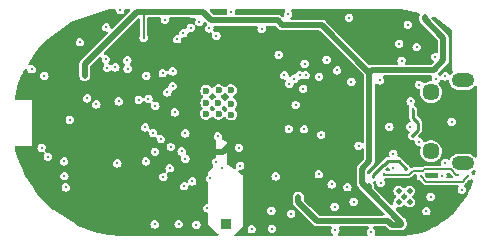
<source format=gbr>
G04 #@! TF.GenerationSoftware,KiCad,Pcbnew,7.0.7*
G04 #@! TF.CreationDate,2024-03-13T12:15:20+01:00*
G04 #@! TF.ProjectId,dictofun,64696374-6f66-4756-9e2e-6b696361645f,rev?*
G04 #@! TF.SameCoordinates,Original*
G04 #@! TF.FileFunction,Copper,L3,Inr*
G04 #@! TF.FilePolarity,Positive*
%FSLAX45Y45*%
G04 Gerber Fmt 4.5, Leading zero omitted, Abs format (unit mm)*
G04 Created by KiCad (PCBNEW 7.0.7) date 2024-03-13 12:15:20*
%MOMM*%
%LPD*%
G01*
G04 APERTURE LIST*
G04 #@! TA.AperFunction,ComponentPad*
%ADD10C,0.500000*%
G04 #@! TD*
G04 #@! TA.AperFunction,ComponentPad*
%ADD11R,0.850000X0.850000*%
G04 #@! TD*
G04 #@! TA.AperFunction,ComponentPad*
%ADD12O,1.900000X1.200000*%
G04 #@! TD*
G04 #@! TA.AperFunction,ComponentPad*
%ADD13C,1.450000*%
G04 #@! TD*
G04 #@! TA.AperFunction,ViaPad*
%ADD14C,0.300000*%
G04 #@! TD*
G04 #@! TA.AperFunction,ViaPad*
%ADD15C,0.600000*%
G04 #@! TD*
G04 #@! TA.AperFunction,Conductor*
%ADD16C,0.127000*%
G04 #@! TD*
G04 #@! TA.AperFunction,Conductor*
%ADD17C,0.254000*%
G04 #@! TD*
G04 #@! TA.AperFunction,Conductor*
%ADD18C,0.500000*%
G04 #@! TD*
G04 #@! TA.AperFunction,Conductor*
%ADD19C,0.400000*%
G04 #@! TD*
G04 APERTURE END LIST*
D10*
X14806500Y-10581500D03*
X14901500Y-10581500D03*
X14806500Y-10486500D03*
X14901500Y-10486500D03*
D11*
X13347700Y-10767060D03*
D12*
X15350000Y-9550000D03*
D13*
X15080000Y-9650000D03*
X15080000Y-10150000D03*
D12*
X15350000Y-10250000D03*
D14*
X13464540Y-10271760D03*
X15199360Y-9517380D03*
X12969240Y-10149840D03*
X15341600Y-10477500D03*
X15306040Y-10353040D03*
X15199360Y-10246360D03*
D15*
X13388340Y-9839960D03*
X13281660Y-9834880D03*
X13174980Y-9832340D03*
X13279120Y-9740900D03*
X13177520Y-9738360D03*
X13281660Y-9634220D03*
X13385800Y-9748520D03*
X13385800Y-9634220D03*
X13177520Y-9636760D03*
D14*
X13870940Y-8989060D03*
X15397480Y-10358120D03*
X13784580Y-9141460D03*
X14284960Y-9466580D03*
X14150340Y-10012680D03*
X14005560Y-9964420D03*
X14571980Y-10833100D03*
X14264640Y-10619740D03*
X13896340Y-10680700D03*
X13108940Y-10350500D03*
X11988800Y-10457180D03*
X12999720Y-9999980D03*
X12570460Y-10728960D03*
X12740640Y-10769600D03*
X12943840Y-10767060D03*
X13093700Y-10772140D03*
X12989560Y-10447020D03*
X13058140Y-10406380D03*
X14678660Y-10345420D03*
X14018260Y-9507220D03*
X13967460Y-9507220D03*
X13924280Y-9535160D03*
X13881100Y-9578340D03*
X13997940Y-9621520D03*
X14132560Y-9519920D03*
X14196060Y-9375140D03*
X14010640Y-9408160D03*
X13263880Y-9171940D03*
X13202920Y-9110980D03*
X13934440Y-9758680D03*
X13728700Y-10652760D03*
X12509500Y-9380220D03*
X12669520Y-9512300D03*
X12425680Y-10253980D03*
X11805920Y-9512300D03*
X15125700Y-9537700D03*
X14371320Y-10454640D03*
X14239240Y-10431780D03*
D15*
X14315440Y-9131300D03*
X14132560Y-9237980D03*
D14*
X14678660Y-9077960D03*
X14610080Y-9011920D03*
X14727500Y-9000000D03*
X12448540Y-8956040D03*
X12585700Y-8976360D03*
X12646660Y-9189720D03*
X12148820Y-9512300D03*
X13055600Y-8989060D03*
X12809220Y-9489440D03*
X14406880Y-9560560D03*
X14726920Y-9944100D03*
X14467840Y-10104120D03*
X14131000Y-10345420D03*
X13764260Y-10363200D03*
X13876020Y-9961880D03*
X14978380Y-9585960D03*
X15255240Y-9900920D03*
X14978380Y-10068560D03*
X14907260Y-9728200D03*
X14645640Y-9550400D03*
X14831060Y-9382760D03*
X14386560Y-9019540D03*
X15118080Y-9281160D03*
X14958060Y-9268460D03*
X15026640Y-9017000D03*
X14884400Y-9077960D03*
X14810740Y-9240520D03*
X14559280Y-9484360D03*
X14424660Y-10576560D03*
X14592580Y-10368000D03*
X14551660Y-10447020D03*
X14653260Y-10419080D03*
X14828520Y-10774680D03*
X15041880Y-10657840D03*
X14993620Y-10363200D03*
X15176500Y-10358120D03*
X15077440Y-10535920D03*
X14762480Y-10289540D03*
X14869160Y-10297160D03*
X15118080Y-9352280D03*
X14269720Y-10820400D03*
X13957300Y-10535920D03*
X13733780Y-10807700D03*
X14762480Y-10172700D03*
X14927580Y-9796780D03*
X14919960Y-10020300D03*
X14904720Y-9941560D03*
X11783060Y-10121900D03*
X12204700Y-9900920D03*
X12435840Y-9728200D03*
X12247880Y-9753600D03*
X12512040Y-9451340D03*
X12336780Y-9446260D03*
X12407900Y-9441180D03*
X12727940Y-9997440D03*
X12659360Y-9949180D03*
X12793980Y-10048240D03*
X12687300Y-9705340D03*
X12745720Y-9766300D03*
X12606020Y-9715500D03*
X12021820Y-9883140D03*
X12169140Y-9702800D03*
X11948160Y-9555480D03*
X11699240Y-9456420D03*
X13210540Y-10380980D03*
X13185140Y-10632440D03*
X12877800Y-10114280D03*
X13119100Y-9055100D03*
X13045440Y-9105900D03*
X12984480Y-9151620D03*
X12867640Y-10294620D03*
X12108180Y-9227820D03*
X12827000Y-9037320D03*
X12326620Y-9370060D03*
X12329160Y-9100820D03*
X12204700Y-9085580D03*
X12743180Y-10154920D03*
X12931140Y-9202420D03*
X13388580Y-8973160D03*
X13563600Y-10810240D03*
X11836400Y-10195560D03*
X13646080Y-9116060D03*
X12666980Y-10236200D03*
X11976100Y-10360660D03*
X13276580Y-10025300D03*
X11973560Y-10236200D03*
X12814300Y-10368280D03*
X12893040Y-9474200D03*
X12893040Y-9598660D03*
X12999720Y-10213340D03*
X12847320Y-9652000D03*
X12910820Y-9822180D03*
X13314680Y-10289540D03*
X13261340Y-10241280D03*
X13454380Y-10121900D03*
X13789660Y-9334500D03*
X13837920Y-9507220D03*
X13042900Y-9222740D03*
X11833860Y-10424160D03*
X13731240Y-10033000D03*
X13634720Y-9377680D03*
X12822204Y-9789160D03*
D16*
X12603480Y-10695940D02*
X12603480Y-10467340D01*
X12570460Y-10728960D02*
X12603480Y-10695940D01*
D17*
X14919960Y-10020300D02*
X14973120Y-9967140D01*
X14973120Y-9967140D02*
X14973120Y-9908360D01*
X14973120Y-9908360D02*
X14930120Y-9865360D01*
X14930120Y-9865360D02*
X14930120Y-9799320D01*
X14592580Y-10368000D02*
X14592580Y-10352728D01*
X14592580Y-10352728D02*
X14676088Y-10269220D01*
X14676088Y-10269220D02*
X14678660Y-10269220D01*
X14678660Y-10269220D02*
X14714040Y-10233840D01*
X14714040Y-10233840D02*
X14805840Y-10233840D01*
X14805840Y-10233840D02*
X14869160Y-10297160D01*
D18*
X14568170Y-10494010D02*
X14495780Y-10421620D01*
X14495780Y-10421620D02*
X14495780Y-10297160D01*
X14559280Y-10233660D02*
X14559280Y-9484360D01*
X14495780Y-10297160D02*
X14559280Y-10233660D01*
D17*
X14726740Y-9133660D02*
X14970580Y-9133660D01*
X14672800Y-9000000D02*
X14678660Y-9005860D01*
X14678660Y-9085580D02*
X14726740Y-9133660D01*
X14678660Y-9005860D02*
X14678660Y-9085580D01*
X14727500Y-9000000D02*
X14672800Y-9000000D01*
X14970580Y-9133660D02*
X15118080Y-9281160D01*
X14727500Y-9000000D02*
X14718120Y-9009380D01*
X14718120Y-9009380D02*
X14640560Y-9009380D01*
D19*
X12822204Y-9905931D02*
X12822204Y-9913709D01*
X12822204Y-9913709D02*
X13065955Y-10157460D01*
X13065955Y-10157460D02*
X13073733Y-10157460D01*
D18*
X13083540Y-10325100D02*
X13083540Y-10248900D01*
X13083540Y-10248900D02*
X13174980Y-10157460D01*
X12822204Y-9789160D02*
X12822204Y-9905931D01*
X13073733Y-10157460D02*
X13322653Y-10157460D01*
X13555980Y-10030460D02*
X13629640Y-9956800D01*
X13322653Y-10157460D02*
X13449653Y-10030460D01*
X13449653Y-10030460D02*
X13555980Y-10030460D01*
X13083540Y-10325100D02*
X13070260Y-10338380D01*
X13070260Y-10338380D02*
X13002033Y-10338380D01*
X13002033Y-10338380D02*
X12873073Y-10467340D01*
X12873073Y-10467340D02*
X12603480Y-10467340D01*
D16*
X13083540Y-10325100D02*
X13108940Y-10350500D01*
X12938760Y-10053320D02*
X12941300Y-10053320D01*
D18*
X14559280Y-9484360D02*
X14579600Y-9464040D01*
X14579600Y-9464040D02*
X15102487Y-9464040D01*
X15026640Y-9034780D02*
X15026640Y-9017000D01*
X15102487Y-9464040D02*
X15186080Y-9380447D01*
X15186080Y-9380447D02*
X15186080Y-9194220D01*
X15186080Y-9194220D02*
X15026640Y-9034780D01*
D16*
X15397480Y-10358120D02*
X15357930Y-10397670D01*
X15357930Y-10400210D02*
X15350670Y-10407470D01*
X15350670Y-10407470D02*
X15037890Y-10407470D01*
X15357930Y-10397670D02*
X15357930Y-10400210D01*
X15037890Y-10407470D02*
X14993620Y-10363200D01*
X15306040Y-10353040D02*
X15295923Y-10353040D01*
X15295923Y-10353040D02*
X15247663Y-10304780D01*
X15247663Y-10304780D02*
X15023131Y-10304780D01*
X15023131Y-10304780D02*
X15014061Y-10313850D01*
X15014061Y-10313850D02*
X14931210Y-10313850D01*
X14931210Y-10313850D02*
X14897100Y-10347960D01*
X14681200Y-10347960D02*
X14678660Y-10345420D01*
X14897100Y-10347960D02*
X14681200Y-10347960D01*
D18*
X14157960Y-9083040D02*
X13822327Y-9083040D01*
X13822327Y-9083040D02*
X13782267Y-9042980D01*
X13782267Y-9042980D02*
X13221280Y-9042980D01*
X13221280Y-9042980D02*
X13147620Y-8969320D01*
X14559280Y-9484360D02*
X14157960Y-9083040D01*
X13147620Y-8969320D02*
X12636500Y-8969320D01*
X13982347Y-9237980D02*
X14003020Y-9237980D01*
X14003020Y-9237980D02*
X14132560Y-9237980D01*
D16*
X13784580Y-9141460D02*
X13906500Y-9141460D01*
X13906500Y-9141460D02*
X14003020Y-9237980D01*
D18*
X12603480Y-10467340D02*
X12085320Y-10467340D01*
X13629640Y-9956800D02*
X13655040Y-9956800D01*
X13655040Y-9956800D02*
X13731240Y-10033000D01*
D16*
X11948160Y-9555480D02*
X11965940Y-9537700D01*
X11965940Y-9537700D02*
X12059920Y-9537700D01*
D18*
X14828520Y-10774680D02*
X14752320Y-10774680D01*
X14752320Y-10774680D02*
X14717340Y-10739700D01*
X14717340Y-10739700D02*
X14112820Y-10739700D01*
X13957300Y-10584180D02*
X13957300Y-10535920D01*
X14112820Y-10739700D02*
X13957300Y-10584180D01*
D16*
X12204700Y-9850120D02*
X12110720Y-9756140D01*
X12204700Y-9900920D02*
X12204700Y-9850120D01*
X12110720Y-9618980D02*
X12125960Y-9603740D01*
X12110720Y-9756140D02*
X12110720Y-9618980D01*
D18*
X12951460Y-9278620D02*
X12981940Y-9309100D01*
X12981940Y-9309100D02*
X13108940Y-9436100D01*
D16*
X13042900Y-9222740D02*
X13042900Y-9248140D01*
X13042900Y-9248140D02*
X12981940Y-9309100D01*
X13634720Y-9377680D02*
X13634720Y-9431020D01*
X13634720Y-9431020D02*
X13629640Y-9436100D01*
D18*
X13629640Y-9956800D02*
X13629640Y-9436100D01*
X11945620Y-10535920D02*
X11833860Y-10424160D01*
X12085320Y-10467340D02*
X12016740Y-10535920D01*
X12016740Y-10535920D02*
X11945620Y-10535920D01*
X13629640Y-9436100D02*
X13700760Y-9436100D01*
X13134340Y-9436100D02*
X13629640Y-9436100D01*
X14315440Y-9131300D02*
X14409420Y-9131300D01*
X14409420Y-9131300D02*
X14531340Y-9009380D01*
X14531340Y-9009380D02*
X14640560Y-9009380D01*
X14132560Y-9237980D02*
X14135100Y-9237980D01*
X13774067Y-9446260D02*
X13982347Y-9237980D01*
X13710920Y-9446260D02*
X13774067Y-9446260D01*
X12204700Y-9146540D02*
X12204700Y-9212580D01*
X12202160Y-9215120D02*
X12202160Y-9230007D01*
X12059920Y-9537700D02*
X12125960Y-9603740D01*
X12151360Y-9603740D02*
X12153547Y-9603740D01*
X12196727Y-9560560D02*
X12501880Y-9560560D01*
X13108940Y-9436100D02*
X13134340Y-9436100D01*
X12153547Y-9603740D02*
X12196727Y-9560560D01*
X12204700Y-9212580D02*
X12202160Y-9215120D01*
X12059920Y-9372247D02*
X12059920Y-9537700D01*
X12783820Y-9278620D02*
X12951460Y-9278620D01*
X12202160Y-9230007D02*
X12059920Y-9372247D01*
X12501880Y-9560560D02*
X12783820Y-9278620D01*
X12125960Y-9603740D02*
X12151360Y-9603740D01*
X13700760Y-9436100D02*
X13710920Y-9446260D01*
X12204700Y-9085580D02*
X12204700Y-9146540D01*
X12636500Y-8969320D02*
X12592740Y-8969320D01*
D16*
X12646660Y-9189720D02*
X12646660Y-8979480D01*
X12646660Y-8979480D02*
X12636500Y-8969320D01*
D18*
X12592740Y-8969320D02*
X12148820Y-9413240D01*
X12148820Y-9413240D02*
X12148820Y-9512300D01*
X14559280Y-9484360D02*
X14556740Y-9481820D01*
X14828520Y-10754360D02*
X14568170Y-10494010D01*
X14568170Y-10494010D02*
X14551660Y-10477500D01*
X14828520Y-10774680D02*
X14828520Y-10754360D01*
X14551660Y-10477500D02*
X14551660Y-10447020D01*
G04 #@! TA.AperFunction,Conductor*
G36*
X12407013Y-8946969D02*
G01*
X12411588Y-8952249D01*
X12412556Y-8955460D01*
X12414405Y-8967131D01*
X12419503Y-8977137D01*
X12427443Y-8985077D01*
X12437449Y-8990175D01*
X12448540Y-8991932D01*
X12448540Y-8991932D01*
X12448540Y-8991932D01*
X12459631Y-8990175D01*
X12459631Y-8990175D01*
X12459631Y-8990175D01*
X12469637Y-8985077D01*
X12477577Y-8977137D01*
X12482675Y-8967131D01*
X12482675Y-8967131D01*
X12482675Y-8967131D01*
X12484524Y-8955460D01*
X12487517Y-8949147D01*
X12493448Y-8945454D01*
X12496771Y-8945000D01*
X12523413Y-8945000D01*
X12530117Y-8946969D01*
X12534693Y-8952249D01*
X12535687Y-8959165D01*
X12532785Y-8965520D01*
X12532181Y-8966168D01*
X12385925Y-9112424D01*
X12379793Y-9115773D01*
X12372824Y-9115274D01*
X12367230Y-9111087D01*
X12364789Y-9104541D01*
X12364910Y-9101716D01*
X12365052Y-9100820D01*
X12365052Y-9100820D01*
X12363295Y-9089729D01*
X12358197Y-9079723D01*
X12350256Y-9071783D01*
X12340251Y-9066685D01*
X12329160Y-9064928D01*
X12329160Y-9064928D01*
X12318069Y-9066685D01*
X12308063Y-9071783D01*
X12300123Y-9079723D01*
X12295025Y-9089729D01*
X12293268Y-9100820D01*
X12293268Y-9100820D01*
X12295025Y-9111911D01*
X12300123Y-9121917D01*
X12308063Y-9129857D01*
X12318069Y-9134955D01*
X12329160Y-9136712D01*
X12329160Y-9136712D01*
X12329160Y-9136712D01*
X12329160Y-9136712D01*
X12330056Y-9136570D01*
X12336985Y-9137465D01*
X12342330Y-9141965D01*
X12344395Y-9148640D01*
X12342522Y-9155371D01*
X12340764Y-9157585D01*
X12119000Y-9379349D01*
X12118482Y-9379813D01*
X12115423Y-9382252D01*
X12115423Y-9382252D01*
X12112072Y-9387167D01*
X12108541Y-9391952D01*
X12108142Y-9392707D01*
X12107773Y-9393473D01*
X12106019Y-9399158D01*
X12104055Y-9404770D01*
X12103897Y-9405606D01*
X12103770Y-9406450D01*
X12103770Y-9412397D01*
X12103547Y-9418341D01*
X12103652Y-9419264D01*
X12103568Y-9419274D01*
X12103770Y-9420804D01*
X12103770Y-9515677D01*
X12105285Y-9525729D01*
X12111177Y-9537964D01*
X12111177Y-9537964D01*
X12120414Y-9547919D01*
X12120415Y-9547920D01*
X12121654Y-9548635D01*
X12132175Y-9554710D01*
X12145415Y-9557732D01*
X12158958Y-9556717D01*
X12171599Y-9551755D01*
X12182217Y-9543288D01*
X12189867Y-9532067D01*
X12193870Y-9519090D01*
X12193870Y-9512300D01*
X12633628Y-9512300D01*
X12635385Y-9523391D01*
X12640483Y-9533397D01*
X12648423Y-9541337D01*
X12658429Y-9546435D01*
X12669520Y-9548192D01*
X12669520Y-9548192D01*
X12669520Y-9548192D01*
X12680611Y-9546435D01*
X12680611Y-9546435D01*
X12680611Y-9546435D01*
X12690617Y-9541337D01*
X12698557Y-9533397D01*
X12703655Y-9523391D01*
X12703655Y-9523391D01*
X12703655Y-9523391D01*
X12705412Y-9512300D01*
X12705412Y-9512300D01*
X12703655Y-9501209D01*
X12698557Y-9491203D01*
X12696794Y-9489440D01*
X12773328Y-9489440D01*
X12775085Y-9500531D01*
X12780183Y-9510537D01*
X12788123Y-9518477D01*
X12798129Y-9523575D01*
X12809220Y-9525332D01*
X12809220Y-9525332D01*
X12809220Y-9525332D01*
X12820311Y-9523575D01*
X12820311Y-9523575D01*
X12820311Y-9523575D01*
X12830317Y-9518477D01*
X12838257Y-9510537D01*
X12843355Y-9500531D01*
X12843355Y-9500530D01*
X12843449Y-9500241D01*
X12843660Y-9499933D01*
X12843798Y-9499662D01*
X12843833Y-9499680D01*
X12847393Y-9494473D01*
X12853829Y-9491754D01*
X12860714Y-9492945D01*
X12864011Y-9495305D01*
X12871943Y-9503237D01*
X12881949Y-9508335D01*
X12893040Y-9510092D01*
X12893040Y-9510092D01*
X12893040Y-9510092D01*
X12904131Y-9508335D01*
X12904131Y-9508335D01*
X12904131Y-9508335D01*
X12906319Y-9507220D01*
X13802028Y-9507220D01*
X13803785Y-9518311D01*
X13808883Y-9528317D01*
X13816823Y-9536257D01*
X13826829Y-9541355D01*
X13837920Y-9543112D01*
X13838896Y-9543112D01*
X13838896Y-9543474D01*
X13844027Y-9544136D01*
X13849373Y-9548635D01*
X13851438Y-9555310D01*
X13850088Y-9561118D01*
X13846965Y-9567249D01*
X13845208Y-9578340D01*
X13845208Y-9578340D01*
X13846965Y-9589431D01*
X13852063Y-9599437D01*
X13860003Y-9607377D01*
X13870009Y-9612475D01*
X13881100Y-9614232D01*
X13881100Y-9614232D01*
X13881100Y-9614232D01*
X13892191Y-9612475D01*
X13892191Y-9612475D01*
X13892191Y-9612475D01*
X13902197Y-9607377D01*
X13910137Y-9599437D01*
X13915235Y-9589431D01*
X13916579Y-9580946D01*
X13919572Y-9574633D01*
X13925503Y-9570940D01*
X13926884Y-9570639D01*
X13935371Y-9569295D01*
X13945377Y-9564197D01*
X13949014Y-9560560D01*
X14370988Y-9560560D01*
X14372745Y-9571651D01*
X14377843Y-9581657D01*
X14385783Y-9589597D01*
X14395789Y-9594695D01*
X14406880Y-9596452D01*
X14406880Y-9596452D01*
X14406880Y-9596452D01*
X14417971Y-9594695D01*
X14417971Y-9594695D01*
X14417971Y-9594695D01*
X14427977Y-9589597D01*
X14435917Y-9581657D01*
X14441015Y-9571651D01*
X14441015Y-9571651D01*
X14441015Y-9571651D01*
X14442772Y-9560560D01*
X14442772Y-9560560D01*
X14441015Y-9549469D01*
X14435917Y-9539463D01*
X14427976Y-9531523D01*
X14417971Y-9526425D01*
X14406880Y-9524668D01*
X14406880Y-9524668D01*
X14395789Y-9526425D01*
X14385783Y-9531523D01*
X14377843Y-9539463D01*
X14372745Y-9549469D01*
X14370988Y-9560560D01*
X14370988Y-9560560D01*
X13949014Y-9560560D01*
X13953317Y-9556257D01*
X13954838Y-9553272D01*
X13956565Y-9549883D01*
X13961362Y-9544803D01*
X13966519Y-9543408D01*
X13966496Y-9543265D01*
X13978551Y-9541355D01*
X13978551Y-9541355D01*
X13978551Y-9541355D01*
X13985726Y-9537700D01*
X13987231Y-9536933D01*
X13994097Y-9535643D01*
X13998489Y-9536933D01*
X14007169Y-9541355D01*
X14018260Y-9543112D01*
X14018260Y-9543112D01*
X14018260Y-9543112D01*
X14029351Y-9541355D01*
X14029351Y-9541355D01*
X14029351Y-9541355D01*
X14039357Y-9536257D01*
X14047297Y-9528317D01*
X14051575Y-9519920D01*
X14096668Y-9519920D01*
X14098425Y-9531011D01*
X14103523Y-9541017D01*
X14111463Y-9548957D01*
X14121469Y-9554055D01*
X14132560Y-9555812D01*
X14132560Y-9555812D01*
X14132560Y-9555812D01*
X14143651Y-9554055D01*
X14143651Y-9554055D01*
X14143651Y-9554055D01*
X14153657Y-9548957D01*
X14161597Y-9541017D01*
X14166695Y-9531011D01*
X14166695Y-9531011D01*
X14166695Y-9531011D01*
X14168452Y-9519920D01*
X14168452Y-9519920D01*
X14166695Y-9508829D01*
X14161597Y-9498823D01*
X14153656Y-9490883D01*
X14143651Y-9485785D01*
X14132560Y-9484028D01*
X14132560Y-9484028D01*
X14121469Y-9485785D01*
X14111463Y-9490883D01*
X14103523Y-9498823D01*
X14098425Y-9508829D01*
X14096668Y-9519920D01*
X14096668Y-9519920D01*
X14051575Y-9519920D01*
X14052395Y-9518311D01*
X14052395Y-9518311D01*
X14052395Y-9518311D01*
X14054152Y-9507220D01*
X14054152Y-9507220D01*
X14052395Y-9496129D01*
X14047297Y-9486123D01*
X14039356Y-9478183D01*
X14029351Y-9473085D01*
X14018260Y-9471328D01*
X14018260Y-9471328D01*
X14007169Y-9473085D01*
X13998489Y-9477507D01*
X13991622Y-9478797D01*
X13987231Y-9477507D01*
X13978551Y-9473085D01*
X13967460Y-9471328D01*
X13967460Y-9471328D01*
X13956369Y-9473085D01*
X13946363Y-9478183D01*
X13938423Y-9486123D01*
X13935175Y-9492498D01*
X13930378Y-9497577D01*
X13925221Y-9498972D01*
X13925244Y-9499115D01*
X13913189Y-9501025D01*
X13903184Y-9506123D01*
X13894886Y-9514420D01*
X13888754Y-9517768D01*
X13881785Y-9517270D01*
X13876191Y-9513083D01*
X13873871Y-9507592D01*
X13873812Y-9507220D01*
X13873812Y-9507220D01*
X13872055Y-9496129D01*
X13867413Y-9487018D01*
X13866957Y-9486123D01*
X13859016Y-9478183D01*
X13849011Y-9473085D01*
X13837920Y-9471328D01*
X13837920Y-9471328D01*
X13826829Y-9473085D01*
X13816823Y-9478183D01*
X13808883Y-9486123D01*
X13803785Y-9496129D01*
X13802028Y-9507220D01*
X13802028Y-9507220D01*
X12906319Y-9507220D01*
X12914137Y-9503237D01*
X12922077Y-9495297D01*
X12927175Y-9485291D01*
X12927175Y-9485291D01*
X12927175Y-9485291D01*
X12928932Y-9474200D01*
X12928932Y-9474200D01*
X12927725Y-9466580D01*
X14249068Y-9466580D01*
X14250825Y-9477671D01*
X14255923Y-9487677D01*
X14263863Y-9495617D01*
X14273869Y-9500715D01*
X14284960Y-9502472D01*
X14284960Y-9502472D01*
X14284960Y-9502472D01*
X14296051Y-9500715D01*
X14296051Y-9500715D01*
X14296051Y-9500715D01*
X14306057Y-9495617D01*
X14313997Y-9487677D01*
X14319095Y-9477671D01*
X14319095Y-9477671D01*
X14319095Y-9477671D01*
X14320852Y-9466580D01*
X14320852Y-9466580D01*
X14319095Y-9455489D01*
X14313997Y-9445483D01*
X14306056Y-9437543D01*
X14296051Y-9432445D01*
X14284960Y-9430688D01*
X14284960Y-9430688D01*
X14273869Y-9432445D01*
X14263863Y-9437543D01*
X14255923Y-9445483D01*
X14250825Y-9455489D01*
X14249068Y-9466580D01*
X14249068Y-9466580D01*
X12927725Y-9466580D01*
X12927175Y-9463109D01*
X12922077Y-9453103D01*
X12914136Y-9445163D01*
X12904131Y-9440065D01*
X12893040Y-9438308D01*
X12893040Y-9438308D01*
X12881949Y-9440065D01*
X12871943Y-9445163D01*
X12864003Y-9453103D01*
X12858905Y-9463109D01*
X12858810Y-9463400D01*
X12858599Y-9463708D01*
X12858462Y-9463978D01*
X12858427Y-9463960D01*
X12854866Y-9469167D01*
X12848429Y-9471887D01*
X12841545Y-9470694D01*
X12838249Y-9468335D01*
X12830316Y-9460403D01*
X12820311Y-9455305D01*
X12809220Y-9453548D01*
X12809220Y-9453548D01*
X12798129Y-9455305D01*
X12788123Y-9460403D01*
X12780183Y-9468343D01*
X12775085Y-9478349D01*
X12773328Y-9489440D01*
X12773328Y-9489440D01*
X12696794Y-9489440D01*
X12690616Y-9483263D01*
X12680611Y-9478165D01*
X12669520Y-9476408D01*
X12669520Y-9476408D01*
X12658429Y-9478165D01*
X12648423Y-9483263D01*
X12640483Y-9491203D01*
X12635385Y-9501209D01*
X12633628Y-9512300D01*
X12633628Y-9512300D01*
X12193870Y-9512300D01*
X12193870Y-9437036D01*
X12195838Y-9430333D01*
X12197501Y-9428269D01*
X12270333Y-9355437D01*
X12276465Y-9352089D01*
X12283434Y-9352587D01*
X12289027Y-9356775D01*
X12291469Y-9363321D01*
X12291348Y-9366145D01*
X12290876Y-9369129D01*
X12290728Y-9370060D01*
X12290728Y-9370060D01*
X12290728Y-9370060D01*
X12292485Y-9381151D01*
X12297583Y-9391157D01*
X12305523Y-9399097D01*
X12309054Y-9400896D01*
X12314134Y-9405694D01*
X12315813Y-9412476D01*
X12313560Y-9419089D01*
X12312193Y-9420713D01*
X12307743Y-9425163D01*
X12302645Y-9435169D01*
X12300888Y-9446260D01*
X12300888Y-9446260D01*
X12302645Y-9457351D01*
X12307743Y-9467357D01*
X12315683Y-9475297D01*
X12325689Y-9480395D01*
X12336780Y-9482152D01*
X12336780Y-9482152D01*
X12336780Y-9482152D01*
X12347871Y-9480395D01*
X12347871Y-9480395D01*
X12347871Y-9480395D01*
X12357877Y-9475297D01*
X12365817Y-9467357D01*
X12365817Y-9467357D01*
X12366112Y-9467062D01*
X12372244Y-9463714D01*
X12379213Y-9464212D01*
X12383648Y-9467062D01*
X12386803Y-9470217D01*
X12396809Y-9475315D01*
X12407900Y-9477072D01*
X12407900Y-9477072D01*
X12407900Y-9477072D01*
X12418991Y-9475315D01*
X12418991Y-9475315D01*
X12418991Y-9475315D01*
X12428997Y-9470217D01*
X12436937Y-9462277D01*
X12442035Y-9452271D01*
X12442035Y-9452271D01*
X12442035Y-9452271D01*
X12443792Y-9441180D01*
X12443792Y-9441180D01*
X12442035Y-9430089D01*
X12436937Y-9420083D01*
X12428996Y-9412143D01*
X12418991Y-9407045D01*
X12407900Y-9405288D01*
X12407900Y-9405288D01*
X12396809Y-9407045D01*
X12386803Y-9412143D01*
X12378568Y-9420378D01*
X12372436Y-9423727D01*
X12365467Y-9423228D01*
X12361032Y-9420378D01*
X12357876Y-9417222D01*
X12354345Y-9415423D01*
X12349266Y-9410626D01*
X12347586Y-9403844D01*
X12349840Y-9397230D01*
X12351206Y-9395607D01*
X12355657Y-9391157D01*
X12360755Y-9381151D01*
X12360755Y-9381151D01*
X12360755Y-9381151D01*
X12360903Y-9380220D01*
X12473608Y-9380220D01*
X12475365Y-9391311D01*
X12480463Y-9401317D01*
X12487428Y-9408282D01*
X12490776Y-9414414D01*
X12490278Y-9421383D01*
X12487428Y-9425818D01*
X12483003Y-9430243D01*
X12477905Y-9440249D01*
X12476148Y-9451340D01*
X12476148Y-9451340D01*
X12477905Y-9462431D01*
X12483003Y-9472437D01*
X12490943Y-9480377D01*
X12500949Y-9485475D01*
X12512040Y-9487232D01*
X12512040Y-9487232D01*
X12512040Y-9487232D01*
X12523131Y-9485475D01*
X12523131Y-9485475D01*
X12523131Y-9485475D01*
X12533137Y-9480377D01*
X12541077Y-9472437D01*
X12546175Y-9462431D01*
X12546175Y-9462431D01*
X12546175Y-9462431D01*
X12547932Y-9451340D01*
X12547932Y-9451340D01*
X12546175Y-9440249D01*
X12541077Y-9430244D01*
X12541077Y-9430244D01*
X12541077Y-9430243D01*
X12534112Y-9423278D01*
X12530763Y-9417146D01*
X12531262Y-9410177D01*
X12532558Y-9408160D01*
X13974748Y-9408160D01*
X13976505Y-9419251D01*
X13981603Y-9429257D01*
X13989543Y-9437197D01*
X13999549Y-9442295D01*
X14010640Y-9444052D01*
X14010640Y-9444052D01*
X14010640Y-9444052D01*
X14021731Y-9442295D01*
X14021731Y-9442295D01*
X14021731Y-9442295D01*
X14031737Y-9437197D01*
X14039677Y-9429257D01*
X14044775Y-9419251D01*
X14044775Y-9419251D01*
X14044775Y-9419251D01*
X14046532Y-9408160D01*
X14046532Y-9408160D01*
X14044775Y-9397069D01*
X14039677Y-9387063D01*
X14031736Y-9379123D01*
X14023920Y-9375140D01*
X14160168Y-9375140D01*
X14161925Y-9386231D01*
X14167023Y-9396237D01*
X14174963Y-9404177D01*
X14184969Y-9409275D01*
X14196060Y-9411032D01*
X14196060Y-9411032D01*
X14196060Y-9411032D01*
X14207151Y-9409275D01*
X14207151Y-9409275D01*
X14207151Y-9409275D01*
X14217157Y-9404177D01*
X14225097Y-9396237D01*
X14230195Y-9386231D01*
X14230195Y-9386231D01*
X14230195Y-9386231D01*
X14231952Y-9375140D01*
X14231952Y-9375140D01*
X14230195Y-9364049D01*
X14225097Y-9354043D01*
X14217156Y-9346103D01*
X14207151Y-9341005D01*
X14196060Y-9339248D01*
X14196060Y-9339248D01*
X14184969Y-9341005D01*
X14174963Y-9346103D01*
X14167023Y-9354043D01*
X14161925Y-9364049D01*
X14160168Y-9375140D01*
X14160168Y-9375140D01*
X14023920Y-9375140D01*
X14021731Y-9374025D01*
X14010640Y-9372268D01*
X14010640Y-9372268D01*
X13999549Y-9374025D01*
X13989543Y-9379123D01*
X13981603Y-9387063D01*
X13976505Y-9397069D01*
X13974748Y-9408160D01*
X13974748Y-9408160D01*
X12532558Y-9408160D01*
X12534112Y-9405742D01*
X12538537Y-9401317D01*
X12543635Y-9391311D01*
X12543635Y-9391311D01*
X12543635Y-9391311D01*
X12545392Y-9380220D01*
X12545392Y-9380220D01*
X12543635Y-9369129D01*
X12538537Y-9359123D01*
X12530596Y-9351183D01*
X12520591Y-9346085D01*
X12509500Y-9344328D01*
X12509500Y-9344328D01*
X12498409Y-9346085D01*
X12488403Y-9351183D01*
X12480463Y-9359123D01*
X12475365Y-9369129D01*
X12473608Y-9380220D01*
X12473608Y-9380220D01*
X12360903Y-9380220D01*
X12362512Y-9370060D01*
X12362512Y-9370060D01*
X12360755Y-9358969D01*
X12355657Y-9348963D01*
X12347716Y-9341023D01*
X12337711Y-9335925D01*
X12328717Y-9334500D01*
X13753768Y-9334500D01*
X13755525Y-9345591D01*
X13760623Y-9355597D01*
X13768563Y-9363537D01*
X13778569Y-9368635D01*
X13789660Y-9370392D01*
X13789660Y-9370392D01*
X13789660Y-9370392D01*
X13800751Y-9368635D01*
X13800751Y-9368635D01*
X13800751Y-9368635D01*
X13810757Y-9363537D01*
X13818697Y-9355597D01*
X13823795Y-9345591D01*
X13823795Y-9345591D01*
X13823795Y-9345591D01*
X13825552Y-9334500D01*
X13825552Y-9334500D01*
X13823795Y-9323409D01*
X13818697Y-9313403D01*
X13810756Y-9305463D01*
X13800751Y-9300365D01*
X13789660Y-9298608D01*
X13789660Y-9298608D01*
X13778569Y-9300365D01*
X13768563Y-9305463D01*
X13760623Y-9313403D01*
X13755525Y-9323409D01*
X13753768Y-9334500D01*
X13753768Y-9334500D01*
X12328717Y-9334500D01*
X12326620Y-9334168D01*
X12326620Y-9334168D01*
X12326620Y-9334168D01*
X12325716Y-9334311D01*
X12322705Y-9334788D01*
X12315776Y-9333893D01*
X12310431Y-9329393D01*
X12308367Y-9322718D01*
X12310239Y-9315986D01*
X12311997Y-9313773D01*
X12599092Y-9026678D01*
X12605224Y-9023330D01*
X12612193Y-9023828D01*
X12617787Y-9028015D01*
X12620228Y-9034562D01*
X12620260Y-9035446D01*
X12620260Y-9160965D01*
X12618291Y-9167668D01*
X12617892Y-9168253D01*
X12617622Y-9168624D01*
X12612525Y-9178629D01*
X12610768Y-9189720D01*
X12610768Y-9189720D01*
X12612525Y-9200811D01*
X12617623Y-9210817D01*
X12625563Y-9218757D01*
X12635569Y-9223855D01*
X12646660Y-9225612D01*
X12646660Y-9225612D01*
X12646660Y-9225612D01*
X12657751Y-9223855D01*
X12657751Y-9223855D01*
X12657751Y-9223855D01*
X12667757Y-9218757D01*
X12675697Y-9210817D01*
X12680795Y-9200811D01*
X12680795Y-9200811D01*
X12680795Y-9200811D01*
X12682552Y-9189720D01*
X12682552Y-9189720D01*
X12680795Y-9178629D01*
X12675697Y-9168624D01*
X12675428Y-9168253D01*
X12673080Y-9161673D01*
X12673060Y-9160965D01*
X12673060Y-9026770D01*
X12675028Y-9020066D01*
X12680309Y-9015491D01*
X12685460Y-9014370D01*
X12780224Y-9014370D01*
X12786928Y-9016339D01*
X12791504Y-9021619D01*
X12792498Y-9028535D01*
X12792472Y-9028710D01*
X12791108Y-9037320D01*
X12791108Y-9037320D01*
X12792865Y-9048411D01*
X12797963Y-9058417D01*
X12805903Y-9066357D01*
X12815909Y-9071455D01*
X12827000Y-9073212D01*
X12827000Y-9073212D01*
X12827000Y-9073212D01*
X12838091Y-9071455D01*
X12838091Y-9071455D01*
X12838091Y-9071455D01*
X12848097Y-9066357D01*
X12856037Y-9058417D01*
X12861135Y-9048411D01*
X12861135Y-9048411D01*
X12861135Y-9048411D01*
X12862892Y-9037320D01*
X12862892Y-9037320D01*
X12861528Y-9028710D01*
X12862424Y-9021781D01*
X12866923Y-9016435D01*
X12873598Y-9014371D01*
X12873775Y-9014370D01*
X13025640Y-9014370D01*
X13032344Y-9016339D01*
X13034408Y-9018002D01*
X13034503Y-9018097D01*
X13044509Y-9023195D01*
X13055600Y-9024952D01*
X13055600Y-9024952D01*
X13055600Y-9024952D01*
X13066691Y-9023195D01*
X13066691Y-9023195D01*
X13066691Y-9023195D01*
X13071693Y-9020647D01*
X13078559Y-9019357D01*
X13085033Y-9021985D01*
X13089059Y-9027696D01*
X13089358Y-9034676D01*
X13088370Y-9037325D01*
X13084965Y-9044009D01*
X13083210Y-9055087D01*
X13083208Y-9055100D01*
X13083487Y-9056863D01*
X13084614Y-9063977D01*
X13083718Y-9070906D01*
X13079219Y-9076251D01*
X13072544Y-9078315D01*
X13066737Y-9076965D01*
X13056531Y-9071765D01*
X13045440Y-9070008D01*
X13045440Y-9070008D01*
X13034349Y-9071765D01*
X13024343Y-9076863D01*
X13016403Y-9084803D01*
X13011305Y-9094809D01*
X13009395Y-9106864D01*
X13009069Y-9106812D01*
X13007580Y-9111884D01*
X13002299Y-9116459D01*
X12995383Y-9117454D01*
X12995208Y-9117427D01*
X12984480Y-9115728D01*
X12984480Y-9115728D01*
X12973389Y-9117485D01*
X12963383Y-9122583D01*
X12955443Y-9130523D01*
X12950345Y-9140529D01*
X12948588Y-9151620D01*
X12948588Y-9151620D01*
X12948789Y-9152889D01*
X12947894Y-9159819D01*
X12943394Y-9165164D01*
X12936719Y-9167228D01*
X12934602Y-9167076D01*
X12931140Y-9166528D01*
X12931140Y-9166528D01*
X12920049Y-9168285D01*
X12910043Y-9173383D01*
X12902103Y-9181323D01*
X12897005Y-9191329D01*
X12895248Y-9202420D01*
X12895248Y-9202420D01*
X12897005Y-9213511D01*
X12902103Y-9223517D01*
X12910043Y-9231457D01*
X12920049Y-9236555D01*
X12931140Y-9238312D01*
X12931140Y-9238312D01*
X12931140Y-9238312D01*
X12942231Y-9236555D01*
X12942231Y-9236555D01*
X12942231Y-9236555D01*
X12952237Y-9231457D01*
X12960177Y-9223517D01*
X12965275Y-9213511D01*
X12965275Y-9213511D01*
X12965275Y-9213511D01*
X12966404Y-9206385D01*
X12967032Y-9202420D01*
X12966831Y-9201151D01*
X12967726Y-9194222D01*
X12972225Y-9188876D01*
X12978900Y-9186812D01*
X12981018Y-9186964D01*
X12984480Y-9187512D01*
X12984480Y-9187512D01*
X12984480Y-9187512D01*
X12995571Y-9185755D01*
X12995571Y-9185755D01*
X12995571Y-9185755D01*
X13005577Y-9180657D01*
X13013517Y-9172717D01*
X13018615Y-9162711D01*
X13018615Y-9162711D01*
X13018615Y-9162711D01*
X13020525Y-9150656D01*
X13020851Y-9150708D01*
X13022340Y-9145636D01*
X13027621Y-9141061D01*
X13034537Y-9140066D01*
X13034712Y-9140093D01*
X13045440Y-9141792D01*
X13045440Y-9141792D01*
X13045440Y-9141792D01*
X13056531Y-9140035D01*
X13056531Y-9140035D01*
X13056531Y-9140035D01*
X13066537Y-9134937D01*
X13074477Y-9126997D01*
X13079575Y-9116991D01*
X13079575Y-9116991D01*
X13079575Y-9116991D01*
X13081332Y-9105900D01*
X13081332Y-9105900D01*
X13080527Y-9100820D01*
X13079926Y-9097023D01*
X13080821Y-9090094D01*
X13085321Y-9084749D01*
X13091996Y-9082685D01*
X13097803Y-9084035D01*
X13108009Y-9089235D01*
X13119100Y-9090992D01*
X13119100Y-9090992D01*
X13119100Y-9090992D01*
X13130191Y-9089235D01*
X13130191Y-9089235D01*
X13130191Y-9089235D01*
X13140197Y-9084137D01*
X13148137Y-9076197D01*
X13153235Y-9066191D01*
X13153235Y-9066191D01*
X13153537Y-9065263D01*
X13153727Y-9065324D01*
X13156187Y-9060135D01*
X13162118Y-9056442D01*
X13169105Y-9056542D01*
X13174210Y-9059620D01*
X13180410Y-9065820D01*
X13183758Y-9071952D01*
X13183260Y-9078922D01*
X13180410Y-9083356D01*
X13173883Y-9089883D01*
X13168785Y-9099889D01*
X13167028Y-9110980D01*
X13167028Y-9110980D01*
X13168785Y-9122071D01*
X13173883Y-9132077D01*
X13181823Y-9140017D01*
X13191829Y-9145115D01*
X13202920Y-9146872D01*
X13202920Y-9146872D01*
X13202920Y-9146872D01*
X13214010Y-9145115D01*
X13214010Y-9145115D01*
X13214011Y-9145115D01*
X13214012Y-9145115D01*
X13214171Y-9145063D01*
X13214377Y-9145057D01*
X13214975Y-9144963D01*
X13214987Y-9145040D01*
X13221155Y-9144863D01*
X13227139Y-9148470D01*
X13230222Y-9154740D01*
X13229855Y-9159878D01*
X13229897Y-9159885D01*
X13229819Y-9160379D01*
X13229797Y-9160688D01*
X13229745Y-9160849D01*
X13227988Y-9171940D01*
X13227988Y-9171940D01*
X13229745Y-9183031D01*
X13234843Y-9193037D01*
X13242783Y-9200977D01*
X13252789Y-9206075D01*
X13263880Y-9207832D01*
X13263880Y-9207832D01*
X13263880Y-9207832D01*
X13274971Y-9206075D01*
X13274971Y-9206075D01*
X13274971Y-9206075D01*
X13284977Y-9200977D01*
X13292917Y-9193037D01*
X13298015Y-9183031D01*
X13298015Y-9183031D01*
X13298015Y-9183031D01*
X13299772Y-9171940D01*
X13299772Y-9171940D01*
X13298015Y-9160849D01*
X13292917Y-9150843D01*
X13284976Y-9142903D01*
X13274971Y-9137805D01*
X13263880Y-9136048D01*
X13263880Y-9136048D01*
X13252789Y-9137805D01*
X13252628Y-9137857D01*
X13252421Y-9137863D01*
X13251825Y-9137957D01*
X13251813Y-9137880D01*
X13245644Y-9138057D01*
X13239660Y-9134449D01*
X13236577Y-9128178D01*
X13236945Y-9123042D01*
X13236903Y-9123035D01*
X13236981Y-9122539D01*
X13237003Y-9122231D01*
X13237055Y-9122072D01*
X13237055Y-9122071D01*
X13237417Y-9119788D01*
X13238812Y-9110980D01*
X13238812Y-9110980D01*
X13237448Y-9102370D01*
X13238344Y-9095441D01*
X13242843Y-9090095D01*
X13249518Y-9088031D01*
X13249695Y-9088030D01*
X13600381Y-9088030D01*
X13607085Y-9089999D01*
X13611661Y-9095279D01*
X13612655Y-9102195D01*
X13612174Y-9104263D01*
X13611945Y-9104969D01*
X13610188Y-9116060D01*
X13610188Y-9116060D01*
X13611945Y-9127151D01*
X13617043Y-9137157D01*
X13624983Y-9145097D01*
X13634989Y-9150195D01*
X13646080Y-9151952D01*
X13646080Y-9151952D01*
X13646080Y-9151952D01*
X13657171Y-9150195D01*
X13657171Y-9150195D01*
X13657171Y-9150195D01*
X13667177Y-9145097D01*
X13675117Y-9137157D01*
X13680215Y-9127151D01*
X13680215Y-9127151D01*
X13680215Y-9127151D01*
X13681972Y-9116060D01*
X13681972Y-9116060D01*
X13680215Y-9104969D01*
X13679986Y-9104263D01*
X13679786Y-9097279D01*
X13683393Y-9091295D01*
X13689663Y-9088212D01*
X13691778Y-9088030D01*
X13758470Y-9088030D01*
X13765174Y-9089999D01*
X13767238Y-9091662D01*
X13788436Y-9112860D01*
X13788899Y-9113378D01*
X13791339Y-9116437D01*
X13791339Y-9116437D01*
X13796254Y-9119788D01*
X13801038Y-9123319D01*
X13801792Y-9123718D01*
X13802558Y-9124087D01*
X13802559Y-9124087D01*
X13808244Y-9125841D01*
X13808244Y-9125841D01*
X13813856Y-9127805D01*
X13813856Y-9127805D01*
X13813857Y-9127805D01*
X13813857Y-9127805D01*
X13814694Y-9127963D01*
X13815536Y-9128090D01*
X13815536Y-9128090D01*
X13821484Y-9128090D01*
X13827427Y-9128312D01*
X13827427Y-9128312D01*
X13827428Y-9128312D01*
X13827428Y-9128312D01*
X13828351Y-9128208D01*
X13828360Y-9128291D01*
X13829890Y-9128090D01*
X14134163Y-9128090D01*
X14140867Y-9130059D01*
X14142931Y-9131722D01*
X14510598Y-9499388D01*
X14513947Y-9505521D01*
X14514230Y-9508157D01*
X14514230Y-10070440D01*
X14512261Y-10077144D01*
X14506981Y-10081719D01*
X14500065Y-10082714D01*
X14493710Y-10079811D01*
X14493062Y-10079208D01*
X14488936Y-10075083D01*
X14478931Y-10069985D01*
X14467840Y-10068228D01*
X14467840Y-10068228D01*
X14456749Y-10069985D01*
X14446743Y-10075083D01*
X14438803Y-10083023D01*
X14433705Y-10093029D01*
X14431948Y-10104120D01*
X14431948Y-10104120D01*
X14433705Y-10115211D01*
X14438803Y-10125217D01*
X14446743Y-10133157D01*
X14456749Y-10138255D01*
X14467840Y-10140012D01*
X14467840Y-10140012D01*
X14467840Y-10140012D01*
X14478931Y-10138255D01*
X14478931Y-10138255D01*
X14478931Y-10138255D01*
X14488937Y-10133157D01*
X14493062Y-10129032D01*
X14499194Y-10125683D01*
X14506163Y-10126182D01*
X14511757Y-10130369D01*
X14514198Y-10136915D01*
X14514230Y-10137800D01*
X14514230Y-10209863D01*
X14512261Y-10216567D01*
X14510598Y-10218632D01*
X14465960Y-10263269D01*
X14465442Y-10263733D01*
X14462383Y-10266172D01*
X14462383Y-10266172D01*
X14459032Y-10271087D01*
X14455501Y-10275872D01*
X14455102Y-10276627D01*
X14454733Y-10277393D01*
X14452979Y-10283078D01*
X14451015Y-10288690D01*
X14450857Y-10289526D01*
X14450730Y-10290370D01*
X14450730Y-10296317D01*
X14450507Y-10302261D01*
X14450612Y-10303184D01*
X14450528Y-10303194D01*
X14450730Y-10304724D01*
X14450730Y-10418742D01*
X14450691Y-10419436D01*
X14450571Y-10420505D01*
X14450253Y-10423323D01*
X14451359Y-10429168D01*
X14452245Y-10435049D01*
X14452496Y-10435863D01*
X14452778Y-10436668D01*
X14455558Y-10441927D01*
X14458138Y-10447284D01*
X14458616Y-10447987D01*
X14459123Y-10448673D01*
X14459123Y-10448674D01*
X14463329Y-10452880D01*
X14466539Y-10456339D01*
X14467375Y-10457240D01*
X14468101Y-10457819D01*
X14468049Y-10457884D01*
X14469273Y-10458823D01*
X14514296Y-10503847D01*
X14514297Y-10503847D01*
X14515003Y-10504554D01*
X14515003Y-10504554D01*
X14519209Y-10508760D01*
X14523254Y-10513119D01*
X14523255Y-10513120D01*
X14523981Y-10513699D01*
X14523929Y-10513764D01*
X14525153Y-10514704D01*
X14527405Y-10516955D01*
X14531513Y-10521063D01*
X14531513Y-10521064D01*
X14531513Y-10521064D01*
X14617842Y-10607393D01*
X14683932Y-10673482D01*
X14687280Y-10679614D01*
X14686782Y-10686583D01*
X14682594Y-10692177D01*
X14676048Y-10694618D01*
X14675163Y-10694650D01*
X14136617Y-10694650D01*
X14129913Y-10692682D01*
X14127848Y-10691018D01*
X14056571Y-10619740D01*
X14228748Y-10619740D01*
X14230505Y-10630831D01*
X14235603Y-10640837D01*
X14243543Y-10648777D01*
X14253549Y-10653875D01*
X14264640Y-10655632D01*
X14264640Y-10655632D01*
X14264640Y-10655632D01*
X14275731Y-10653875D01*
X14275731Y-10653875D01*
X14275731Y-10653875D01*
X14285737Y-10648777D01*
X14293677Y-10640837D01*
X14298775Y-10630831D01*
X14298775Y-10630831D01*
X14298775Y-10630831D01*
X14300532Y-10619740D01*
X14300532Y-10619740D01*
X14298775Y-10608649D01*
X14293677Y-10598643D01*
X14285736Y-10590703D01*
X14275731Y-10585605D01*
X14264640Y-10583848D01*
X14264640Y-10583848D01*
X14253549Y-10585605D01*
X14243543Y-10590703D01*
X14235603Y-10598643D01*
X14230505Y-10608649D01*
X14228748Y-10619740D01*
X14228748Y-10619740D01*
X14056571Y-10619740D01*
X14013391Y-10576560D01*
X14388768Y-10576560D01*
X14390525Y-10587651D01*
X14395623Y-10597657D01*
X14403563Y-10605597D01*
X14413569Y-10610695D01*
X14424660Y-10612452D01*
X14424660Y-10612452D01*
X14424660Y-10612452D01*
X14435751Y-10610695D01*
X14435751Y-10610695D01*
X14435751Y-10610695D01*
X14445757Y-10605597D01*
X14453697Y-10597657D01*
X14458795Y-10587651D01*
X14458795Y-10587651D01*
X14458795Y-10587651D01*
X14460552Y-10576560D01*
X14460552Y-10576560D01*
X14458795Y-10565469D01*
X14453697Y-10555463D01*
X14445756Y-10547523D01*
X14435751Y-10542425D01*
X14424660Y-10540668D01*
X14424660Y-10540668D01*
X14413569Y-10542425D01*
X14403563Y-10547523D01*
X14395623Y-10555463D01*
X14390525Y-10565469D01*
X14388768Y-10576560D01*
X14388768Y-10576560D01*
X14013391Y-10576560D01*
X14005982Y-10569152D01*
X14002633Y-10563019D01*
X14002350Y-10560383D01*
X14002350Y-10532544D01*
X14002350Y-10532543D01*
X14000835Y-10522491D01*
X13994942Y-10510256D01*
X13991813Y-10506883D01*
X13985705Y-10500301D01*
X13985705Y-10500301D01*
X13985705Y-10500300D01*
X13978717Y-10496266D01*
X13973944Y-10493510D01*
X13973944Y-10493510D01*
X13973944Y-10493510D01*
X13960704Y-10490488D01*
X13947162Y-10491503D01*
X13934520Y-10496465D01*
X13923903Y-10504932D01*
X13923903Y-10504932D01*
X13916253Y-10516152D01*
X13916253Y-10516153D01*
X13912250Y-10529130D01*
X13912250Y-10581302D01*
X13912211Y-10581996D01*
X13912072Y-10583225D01*
X13911773Y-10585883D01*
X13912879Y-10591728D01*
X13913765Y-10597609D01*
X13914016Y-10598423D01*
X13914298Y-10599228D01*
X13917078Y-10604487D01*
X13919658Y-10609844D01*
X13920136Y-10610547D01*
X13920643Y-10611233D01*
X13920643Y-10611234D01*
X13924849Y-10615440D01*
X13926953Y-10617707D01*
X13928895Y-10619800D01*
X13929621Y-10620379D01*
X13929569Y-10620444D01*
X13930793Y-10621383D01*
X14078929Y-10769519D01*
X14079393Y-10770038D01*
X14081832Y-10773097D01*
X14081832Y-10773097D01*
X14086747Y-10776448D01*
X14091532Y-10779979D01*
X14092285Y-10780378D01*
X14093052Y-10780747D01*
X14093053Y-10780747D01*
X14098738Y-10782501D01*
X14104350Y-10784465D01*
X14104350Y-10784465D01*
X14104350Y-10784465D01*
X14104350Y-10784465D01*
X14105188Y-10784623D01*
X14106030Y-10784750D01*
X14106030Y-10784750D01*
X14111977Y-10784750D01*
X14117921Y-10784972D01*
X14117921Y-10784972D01*
X14117921Y-10784972D01*
X14117921Y-10784972D01*
X14118844Y-10784868D01*
X14118854Y-10784951D01*
X14120384Y-10784750D01*
X14227863Y-10784750D01*
X14234567Y-10786719D01*
X14239142Y-10791999D01*
X14240137Y-10798915D01*
X14238912Y-10802779D01*
X14235585Y-10809309D01*
X14233828Y-10820400D01*
X14233828Y-10820400D01*
X14235585Y-10831491D01*
X14240683Y-10841497D01*
X14247968Y-10848782D01*
X14251316Y-10854914D01*
X14250818Y-10861883D01*
X14246631Y-10867477D01*
X14240084Y-10869918D01*
X14239200Y-10869950D01*
X13570775Y-10869950D01*
X13564071Y-10867982D01*
X13563572Y-10867405D01*
X13558014Y-10869848D01*
X13556425Y-10869950D01*
X13427322Y-10869950D01*
X13420618Y-10867982D01*
X13416043Y-10862701D01*
X13415048Y-10855785D01*
X13417951Y-10849430D01*
X13419576Y-10847867D01*
X13429273Y-10840109D01*
X13466610Y-10810240D01*
X13527708Y-10810240D01*
X13529465Y-10821331D01*
X13534563Y-10831337D01*
X13542503Y-10839277D01*
X13552509Y-10844375D01*
X13558364Y-10845303D01*
X13563809Y-10847884D01*
X13567282Y-10845652D01*
X13568836Y-10845303D01*
X13574691Y-10844375D01*
X13574691Y-10844375D01*
X13574691Y-10844375D01*
X13584697Y-10839277D01*
X13592637Y-10831337D01*
X13597735Y-10821331D01*
X13597735Y-10821331D01*
X13597735Y-10821331D01*
X13599492Y-10810240D01*
X13599492Y-10810240D01*
X13599090Y-10807700D01*
X13697888Y-10807700D01*
X13699645Y-10818791D01*
X13704743Y-10828797D01*
X13712683Y-10836737D01*
X13722689Y-10841835D01*
X13733780Y-10843592D01*
X13733780Y-10843592D01*
X13733780Y-10843592D01*
X13744871Y-10841835D01*
X13744871Y-10841835D01*
X13744871Y-10841835D01*
X13754877Y-10836737D01*
X13762817Y-10828797D01*
X13767915Y-10818791D01*
X13767915Y-10818791D01*
X13767915Y-10818791D01*
X13769672Y-10807700D01*
X13769672Y-10807700D01*
X13767915Y-10796609D01*
X13762817Y-10786603D01*
X13754876Y-10778663D01*
X13744871Y-10773565D01*
X13733780Y-10771808D01*
X13733780Y-10771808D01*
X13722689Y-10773565D01*
X13712683Y-10778663D01*
X13704743Y-10786603D01*
X13699645Y-10796609D01*
X13697888Y-10807700D01*
X13697888Y-10807700D01*
X13599090Y-10807700D01*
X13597735Y-10799149D01*
X13592637Y-10789143D01*
X13584696Y-10781203D01*
X13574691Y-10776105D01*
X13563600Y-10774348D01*
X13563600Y-10774348D01*
X13552509Y-10776105D01*
X13542503Y-10781203D01*
X13534563Y-10789143D01*
X13529465Y-10799149D01*
X13527708Y-10810240D01*
X13527708Y-10810240D01*
X13466610Y-10810240D01*
X13484860Y-10795640D01*
X13484860Y-10652760D01*
X13692808Y-10652760D01*
X13694565Y-10663851D01*
X13699663Y-10673857D01*
X13707603Y-10681797D01*
X13717609Y-10686895D01*
X13728700Y-10688652D01*
X13728700Y-10688652D01*
X13728700Y-10688652D01*
X13739791Y-10686895D01*
X13739791Y-10686895D01*
X13739791Y-10686895D01*
X13749797Y-10681797D01*
X13750894Y-10680700D01*
X13860448Y-10680700D01*
X13862205Y-10691791D01*
X13867303Y-10701797D01*
X13875243Y-10709737D01*
X13885249Y-10714835D01*
X13896340Y-10716592D01*
X13896340Y-10716592D01*
X13896340Y-10716592D01*
X13907431Y-10714835D01*
X13907431Y-10714835D01*
X13907431Y-10714835D01*
X13917437Y-10709737D01*
X13925377Y-10701797D01*
X13930475Y-10691791D01*
X13930475Y-10691791D01*
X13930475Y-10691791D01*
X13932232Y-10680700D01*
X13932232Y-10680700D01*
X13930475Y-10669609D01*
X13925377Y-10659603D01*
X13917436Y-10651663D01*
X13907431Y-10646565D01*
X13896340Y-10644808D01*
X13896340Y-10644808D01*
X13885249Y-10646565D01*
X13875243Y-10651663D01*
X13867303Y-10659603D01*
X13862205Y-10669609D01*
X13860448Y-10680700D01*
X13860448Y-10680700D01*
X13750894Y-10680700D01*
X13757737Y-10673857D01*
X13762835Y-10663851D01*
X13762835Y-10663851D01*
X13762835Y-10663851D01*
X13764592Y-10652760D01*
X13764592Y-10652760D01*
X13762835Y-10641669D01*
X13757737Y-10631663D01*
X13749796Y-10623723D01*
X13739791Y-10618625D01*
X13728700Y-10616868D01*
X13728700Y-10616868D01*
X13717609Y-10618625D01*
X13707603Y-10623723D01*
X13699663Y-10631663D01*
X13694565Y-10641669D01*
X13692808Y-10652760D01*
X13692808Y-10652760D01*
X13484860Y-10652760D01*
X13484860Y-10431780D01*
X14203348Y-10431780D01*
X14205105Y-10442871D01*
X14210203Y-10452877D01*
X14218143Y-10460817D01*
X14228149Y-10465915D01*
X14239240Y-10467672D01*
X14239240Y-10467672D01*
X14239240Y-10467672D01*
X14250331Y-10465915D01*
X14250331Y-10465915D01*
X14250331Y-10465915D01*
X14260337Y-10460817D01*
X14266514Y-10454640D01*
X14335428Y-10454640D01*
X14337185Y-10465731D01*
X14342283Y-10475737D01*
X14350223Y-10483677D01*
X14360229Y-10488775D01*
X14371320Y-10490532D01*
X14371320Y-10490532D01*
X14371320Y-10490532D01*
X14382411Y-10488775D01*
X14382411Y-10488775D01*
X14382411Y-10488775D01*
X14392417Y-10483677D01*
X14400357Y-10475737D01*
X14405455Y-10465731D01*
X14405455Y-10465731D01*
X14405455Y-10465731D01*
X14407212Y-10454640D01*
X14407212Y-10454640D01*
X14405455Y-10443549D01*
X14400357Y-10433543D01*
X14392416Y-10425603D01*
X14382411Y-10420505D01*
X14371320Y-10418748D01*
X14371320Y-10418748D01*
X14360229Y-10420505D01*
X14350223Y-10425603D01*
X14342283Y-10433543D01*
X14337185Y-10443549D01*
X14335428Y-10454640D01*
X14335428Y-10454640D01*
X14266514Y-10454640D01*
X14268277Y-10452877D01*
X14273375Y-10442871D01*
X14273375Y-10442871D01*
X14273375Y-10442871D01*
X14275132Y-10431780D01*
X14275132Y-10431780D01*
X14273375Y-10420689D01*
X14268277Y-10410683D01*
X14260336Y-10402743D01*
X14250331Y-10397645D01*
X14239240Y-10395888D01*
X14239240Y-10395888D01*
X14228149Y-10397645D01*
X14218143Y-10402743D01*
X14210203Y-10410683D01*
X14205105Y-10420689D01*
X14203348Y-10431780D01*
X14203348Y-10431780D01*
X13484860Y-10431780D01*
X13484860Y-10363200D01*
X13728368Y-10363200D01*
X13730125Y-10374291D01*
X13735223Y-10384297D01*
X13743163Y-10392237D01*
X13753169Y-10397335D01*
X13764260Y-10399092D01*
X13764260Y-10399092D01*
X13764260Y-10399092D01*
X13775351Y-10397335D01*
X13775351Y-10397335D01*
X13775351Y-10397335D01*
X13785357Y-10392237D01*
X13793297Y-10384297D01*
X13798395Y-10374291D01*
X13798395Y-10374291D01*
X13798395Y-10374291D01*
X13800152Y-10363200D01*
X13800152Y-10363200D01*
X13798395Y-10352109D01*
X13794987Y-10345420D01*
X14095108Y-10345420D01*
X14096865Y-10356511D01*
X14101963Y-10366517D01*
X14109903Y-10374457D01*
X14119909Y-10379555D01*
X14131000Y-10381312D01*
X14131000Y-10381312D01*
X14131000Y-10381312D01*
X14142091Y-10379555D01*
X14142091Y-10379555D01*
X14142091Y-10379555D01*
X14152097Y-10374457D01*
X14160037Y-10366517D01*
X14165135Y-10356511D01*
X14165135Y-10356511D01*
X14165135Y-10356511D01*
X14166892Y-10345420D01*
X14166892Y-10345420D01*
X14165135Y-10334329D01*
X14160037Y-10324323D01*
X14152096Y-10316383D01*
X14142091Y-10311285D01*
X14131000Y-10309528D01*
X14131000Y-10309528D01*
X14119909Y-10311285D01*
X14109903Y-10316383D01*
X14101963Y-10324323D01*
X14096865Y-10334329D01*
X14095108Y-10345420D01*
X14095108Y-10345420D01*
X13794987Y-10345420D01*
X13793297Y-10342103D01*
X13785356Y-10334163D01*
X13775351Y-10329065D01*
X13764260Y-10327308D01*
X13764260Y-10327308D01*
X13753169Y-10329065D01*
X13743163Y-10334163D01*
X13735223Y-10342103D01*
X13730125Y-10352109D01*
X13728368Y-10363200D01*
X13728368Y-10363200D01*
X13484860Y-10363200D01*
X13484860Y-10350640D01*
X13483550Y-10349733D01*
X13468860Y-10339563D01*
X13455076Y-10330021D01*
X13450685Y-10324586D01*
X13449929Y-10317640D01*
X13453048Y-10311388D01*
X13459052Y-10307815D01*
X13464074Y-10307578D01*
X13464540Y-10307652D01*
X13464540Y-10307652D01*
X13464540Y-10307652D01*
X13475631Y-10305895D01*
X13475631Y-10305895D01*
X13475631Y-10305895D01*
X13485637Y-10300797D01*
X13493577Y-10292857D01*
X13498675Y-10282851D01*
X13498675Y-10282851D01*
X13498675Y-10282851D01*
X13500432Y-10271760D01*
X13500432Y-10271760D01*
X13498675Y-10260669D01*
X13493577Y-10250663D01*
X13485636Y-10242723D01*
X13475631Y-10237625D01*
X13464540Y-10235868D01*
X13464540Y-10235868D01*
X13453449Y-10237625D01*
X13443443Y-10242723D01*
X13435503Y-10250663D01*
X13430405Y-10260669D01*
X13428648Y-10271760D01*
X13428648Y-10271760D01*
X13430405Y-10282851D01*
X13431766Y-10285523D01*
X13433055Y-10292389D01*
X13430428Y-10298863D01*
X13424717Y-10302889D01*
X13417737Y-10303188D01*
X13413659Y-10301347D01*
X13360202Y-10264338D01*
X13355810Y-10258904D01*
X13354860Y-10254143D01*
X13354860Y-10121900D01*
X13418488Y-10121900D01*
X13420245Y-10132991D01*
X13425343Y-10142997D01*
X13433283Y-10150937D01*
X13443289Y-10156035D01*
X13454380Y-10157792D01*
X13454380Y-10157792D01*
X13454380Y-10157792D01*
X13465471Y-10156035D01*
X13465471Y-10156035D01*
X13465471Y-10156035D01*
X13475477Y-10150937D01*
X13483417Y-10142997D01*
X13488515Y-10132991D01*
X13488515Y-10132991D01*
X13488515Y-10132991D01*
X13490272Y-10121900D01*
X13490272Y-10121900D01*
X13488515Y-10110809D01*
X13483417Y-10100803D01*
X13475476Y-10092863D01*
X13465471Y-10087765D01*
X13454380Y-10086008D01*
X13454380Y-10086008D01*
X13443289Y-10087765D01*
X13433283Y-10092863D01*
X13425343Y-10100803D01*
X13420245Y-10110809D01*
X13418488Y-10121900D01*
X13418488Y-10121900D01*
X13354860Y-10121900D01*
X13354860Y-10070640D01*
X13353386Y-10069985D01*
X13316586Y-10053629D01*
X13311259Y-10049108D01*
X13309223Y-10042424D01*
X13310421Y-10037321D01*
X13310414Y-10037319D01*
X13310440Y-10037236D01*
X13310574Y-10036669D01*
X13310715Y-10036391D01*
X13311883Y-10029017D01*
X13312472Y-10025300D01*
X13312472Y-10025300D01*
X13310715Y-10014209D01*
X13309936Y-10012680D01*
X14114448Y-10012680D01*
X14116205Y-10023771D01*
X14121303Y-10033777D01*
X14129243Y-10041717D01*
X14139249Y-10046815D01*
X14150340Y-10048572D01*
X14150340Y-10048572D01*
X14150340Y-10048572D01*
X14161431Y-10046815D01*
X14161431Y-10046815D01*
X14161431Y-10046815D01*
X14171437Y-10041717D01*
X14179377Y-10033777D01*
X14184475Y-10023771D01*
X14184475Y-10023771D01*
X14184475Y-10023771D01*
X14186232Y-10012680D01*
X14186232Y-10012680D01*
X14184475Y-10001589D01*
X14179377Y-9991583D01*
X14171436Y-9983643D01*
X14161431Y-9978545D01*
X14150340Y-9976788D01*
X14150340Y-9976788D01*
X14139249Y-9978545D01*
X14129243Y-9983643D01*
X14121303Y-9991583D01*
X14116205Y-10001589D01*
X14114448Y-10012680D01*
X14114448Y-10012680D01*
X13309936Y-10012680D01*
X13305617Y-10004203D01*
X13297676Y-9996263D01*
X13287671Y-9991165D01*
X13276580Y-9989408D01*
X13276580Y-9989408D01*
X13265489Y-9991165D01*
X13255483Y-9996263D01*
X13247543Y-10004203D01*
X13242445Y-10014209D01*
X13240688Y-10025300D01*
X13240688Y-10025300D01*
X13242445Y-10036391D01*
X13247543Y-10046397D01*
X13256173Y-10055027D01*
X13255901Y-10055299D01*
X13259013Y-10059331D01*
X13259860Y-10063835D01*
X13259860Y-10195032D01*
X13257891Y-10201736D01*
X13252611Y-10206311D01*
X13251148Y-10206752D01*
X13251177Y-10206843D01*
X13250249Y-10207145D01*
X13240243Y-10212243D01*
X13232303Y-10220183D01*
X13227205Y-10230189D01*
X13225448Y-10241280D01*
X13225448Y-10241280D01*
X13227205Y-10252371D01*
X13232303Y-10262377D01*
X13234899Y-10264973D01*
X13238247Y-10271105D01*
X13237749Y-10278074D01*
X13235217Y-10282178D01*
X13194860Y-10325640D01*
X13194860Y-10341689D01*
X13192891Y-10348393D01*
X13189749Y-10351721D01*
X13189443Y-10351943D01*
X13181502Y-10359884D01*
X13176405Y-10369889D01*
X13174648Y-10380980D01*
X13174648Y-10380980D01*
X13176405Y-10392071D01*
X13181503Y-10402077D01*
X13181503Y-10402077D01*
X13189443Y-10410017D01*
X13189443Y-10410017D01*
X13189749Y-10410239D01*
X13190030Y-10410604D01*
X13190133Y-10410707D01*
X13190120Y-10410721D01*
X13194015Y-10415772D01*
X13194860Y-10420271D01*
X13194860Y-10584418D01*
X13192891Y-10591122D01*
X13187611Y-10595697D01*
X13184400Y-10596665D01*
X13174049Y-10598305D01*
X13164043Y-10603403D01*
X13156103Y-10611343D01*
X13151005Y-10621349D01*
X13149248Y-10632440D01*
X13149248Y-10632440D01*
X13151005Y-10643531D01*
X13156103Y-10653537D01*
X13164043Y-10661477D01*
X13168702Y-10663851D01*
X13174049Y-10666575D01*
X13184400Y-10668215D01*
X13190713Y-10671207D01*
X13194406Y-10677139D01*
X13194860Y-10680462D01*
X13194860Y-10765640D01*
X13278002Y-10848782D01*
X13281350Y-10854914D01*
X13280852Y-10861883D01*
X13276665Y-10867477D01*
X13270118Y-10869918D01*
X13269234Y-10869950D01*
X12500000Y-10869950D01*
X12439291Y-10868042D01*
X12438902Y-10868018D01*
X12378626Y-10862320D01*
X12378239Y-10862271D01*
X12348341Y-10857536D01*
X12318441Y-10852800D01*
X12318060Y-10852727D01*
X12258972Y-10839519D01*
X12258595Y-10839423D01*
X12200457Y-10822532D01*
X12200086Y-10822411D01*
X12143121Y-10801903D01*
X12142759Y-10801759D01*
X12095036Y-10781108D01*
X12093388Y-10780243D01*
X12076360Y-10769600D01*
X12704748Y-10769600D01*
X12706505Y-10780691D01*
X12711603Y-10790697D01*
X12719543Y-10798637D01*
X12729549Y-10803735D01*
X12740640Y-10805492D01*
X12740640Y-10805492D01*
X12740640Y-10805492D01*
X12751731Y-10803735D01*
X12751731Y-10803735D01*
X12751731Y-10803735D01*
X12761737Y-10798637D01*
X12769677Y-10790697D01*
X12774775Y-10780691D01*
X12774775Y-10780691D01*
X12774775Y-10780691D01*
X12776532Y-10769600D01*
X12776532Y-10769600D01*
X12776130Y-10767060D01*
X12907948Y-10767060D01*
X12909705Y-10778151D01*
X12914803Y-10788157D01*
X12922743Y-10796097D01*
X12932749Y-10801195D01*
X12943840Y-10802952D01*
X12943840Y-10802952D01*
X12943840Y-10802952D01*
X12954931Y-10801195D01*
X12954931Y-10801195D01*
X12954931Y-10801195D01*
X12964937Y-10796097D01*
X12972877Y-10788157D01*
X12977975Y-10778151D01*
X12977975Y-10778151D01*
X12977975Y-10778151D01*
X12978927Y-10772140D01*
X13057808Y-10772140D01*
X13059565Y-10783231D01*
X13064663Y-10793237D01*
X13072603Y-10801177D01*
X13082609Y-10806275D01*
X13093700Y-10808032D01*
X13093700Y-10808032D01*
X13093700Y-10808032D01*
X13104791Y-10806275D01*
X13104791Y-10806275D01*
X13104791Y-10806275D01*
X13114797Y-10801177D01*
X13122737Y-10793237D01*
X13127835Y-10783231D01*
X13127835Y-10783231D01*
X13127835Y-10783231D01*
X13129592Y-10772140D01*
X13129592Y-10772140D01*
X13127835Y-10761049D01*
X13122737Y-10751043D01*
X13114796Y-10743103D01*
X13104791Y-10738005D01*
X13093700Y-10736248D01*
X13093700Y-10736248D01*
X13082609Y-10738005D01*
X13072603Y-10743103D01*
X13064663Y-10751043D01*
X13059565Y-10761049D01*
X13057808Y-10772140D01*
X13057808Y-10772140D01*
X12978927Y-10772140D01*
X12979732Y-10767060D01*
X12979732Y-10767060D01*
X12977975Y-10755969D01*
X12972877Y-10745963D01*
X12964936Y-10738023D01*
X12954931Y-10732925D01*
X12943840Y-10731168D01*
X12943840Y-10731168D01*
X12932749Y-10732925D01*
X12922743Y-10738023D01*
X12914803Y-10745963D01*
X12909705Y-10755969D01*
X12907948Y-10767060D01*
X12907948Y-10767060D01*
X12776130Y-10767060D01*
X12774775Y-10758509D01*
X12769677Y-10748503D01*
X12761736Y-10740563D01*
X12751731Y-10735465D01*
X12740640Y-10733708D01*
X12740640Y-10733708D01*
X12729549Y-10735465D01*
X12719543Y-10740563D01*
X12711603Y-10748503D01*
X12706505Y-10758509D01*
X12704748Y-10769600D01*
X12704748Y-10769600D01*
X12076360Y-10769600D01*
X11885961Y-10650601D01*
X11885447Y-10650242D01*
X11881885Y-10647479D01*
X11881584Y-10647230D01*
X11836169Y-10607191D01*
X11835886Y-10606926D01*
X11793074Y-10564113D01*
X11792809Y-10563831D01*
X11752769Y-10518414D01*
X11752520Y-10518114D01*
X11747084Y-10511106D01*
X11715412Y-10470275D01*
X11715185Y-10469963D01*
X11706498Y-10457180D01*
X11952908Y-10457180D01*
X11954665Y-10468271D01*
X11959763Y-10478277D01*
X11967703Y-10486217D01*
X11977709Y-10491315D01*
X11988800Y-10493072D01*
X11988800Y-10493072D01*
X11988800Y-10493072D01*
X11999891Y-10491315D01*
X11999891Y-10491315D01*
X11999891Y-10491315D01*
X12009897Y-10486217D01*
X12017837Y-10478277D01*
X12022935Y-10468271D01*
X12022935Y-10468271D01*
X12022935Y-10468271D01*
X12024692Y-10457180D01*
X12024692Y-10457180D01*
X12023083Y-10447020D01*
X12953668Y-10447020D01*
X12955425Y-10458111D01*
X12960523Y-10468117D01*
X12968463Y-10476057D01*
X12978469Y-10481155D01*
X12989560Y-10482912D01*
X12989560Y-10482912D01*
X12989560Y-10482912D01*
X13000651Y-10481155D01*
X13000651Y-10481155D01*
X13000651Y-10481155D01*
X13010657Y-10476057D01*
X13018597Y-10468117D01*
X13023695Y-10458111D01*
X13023695Y-10458111D01*
X13023695Y-10458111D01*
X13025348Y-10447676D01*
X13028341Y-10441362D01*
X13034272Y-10437669D01*
X13041258Y-10437769D01*
X13043225Y-10438567D01*
X13046384Y-10440177D01*
X13047049Y-10440515D01*
X13058140Y-10442272D01*
X13058140Y-10442272D01*
X13058140Y-10442272D01*
X13069231Y-10440515D01*
X13069231Y-10440515D01*
X13069231Y-10440515D01*
X13079237Y-10435417D01*
X13087177Y-10427477D01*
X13092275Y-10417471D01*
X13092275Y-10417471D01*
X13092275Y-10417471D01*
X13094032Y-10406380D01*
X13094032Y-10406380D01*
X13092275Y-10395289D01*
X13087177Y-10385283D01*
X13079236Y-10377343D01*
X13069231Y-10372245D01*
X13058140Y-10370488D01*
X13058140Y-10370488D01*
X13047049Y-10372245D01*
X13037043Y-10377343D01*
X13029103Y-10385283D01*
X13024005Y-10395289D01*
X13022352Y-10405725D01*
X13019359Y-10412038D01*
X13013428Y-10415731D01*
X13006441Y-10415631D01*
X13004475Y-10414833D01*
X13000651Y-10412885D01*
X12989560Y-10411128D01*
X12989560Y-10411128D01*
X12978469Y-10412885D01*
X12968463Y-10417983D01*
X12960523Y-10425923D01*
X12955425Y-10435929D01*
X12953668Y-10447020D01*
X12953668Y-10447020D01*
X12023083Y-10447020D01*
X12022935Y-10446089D01*
X12017837Y-10436083D01*
X12009896Y-10428143D01*
X11999891Y-10423045D01*
X11988800Y-10421288D01*
X11988800Y-10421288D01*
X11977709Y-10423045D01*
X11967703Y-10428143D01*
X11959763Y-10436083D01*
X11954665Y-10446089D01*
X11952908Y-10457180D01*
X11952908Y-10457180D01*
X11706498Y-10457180D01*
X11681153Y-10419886D01*
X11680945Y-10419558D01*
X11658165Y-10381038D01*
X11650125Y-10367445D01*
X11649938Y-10367104D01*
X11646655Y-10360660D01*
X11940208Y-10360660D01*
X11941965Y-10371751D01*
X11947063Y-10381757D01*
X11955003Y-10389697D01*
X11965009Y-10394795D01*
X11976100Y-10396552D01*
X11976100Y-10396552D01*
X11976100Y-10396552D01*
X11987191Y-10394795D01*
X11987191Y-10394795D01*
X11987191Y-10394795D01*
X11997197Y-10389697D01*
X12005137Y-10381757D01*
X12010235Y-10371751D01*
X12010235Y-10371751D01*
X12010235Y-10371751D01*
X12010785Y-10368280D01*
X12778408Y-10368280D01*
X12780165Y-10379371D01*
X12785263Y-10389377D01*
X12793203Y-10397317D01*
X12803209Y-10402415D01*
X12814300Y-10404172D01*
X12814300Y-10404172D01*
X12814300Y-10404172D01*
X12825391Y-10402415D01*
X12825391Y-10402415D01*
X12825391Y-10402415D01*
X12835397Y-10397317D01*
X12843337Y-10389377D01*
X12848435Y-10379371D01*
X12848435Y-10379371D01*
X12848435Y-10379371D01*
X12850192Y-10368280D01*
X12850192Y-10368280D01*
X12848435Y-10357189D01*
X12843012Y-10346545D01*
X12841722Y-10339678D01*
X12844350Y-10333204D01*
X12850061Y-10329179D01*
X12856000Y-10328668D01*
X12867640Y-10330512D01*
X12867640Y-10330512D01*
X12867640Y-10330512D01*
X12878731Y-10328755D01*
X12878731Y-10328755D01*
X12878731Y-10328755D01*
X12888737Y-10323657D01*
X12896677Y-10315717D01*
X12901775Y-10305711D01*
X12901775Y-10305711D01*
X12901775Y-10305711D01*
X12903532Y-10294620D01*
X12903532Y-10294620D01*
X12901775Y-10283529D01*
X12896677Y-10273523D01*
X12888736Y-10265583D01*
X12878731Y-10260485D01*
X12867640Y-10258728D01*
X12867640Y-10258728D01*
X12856549Y-10260485D01*
X12846543Y-10265583D01*
X12838603Y-10273523D01*
X12833505Y-10283529D01*
X12831748Y-10294620D01*
X12831748Y-10294620D01*
X12833505Y-10305711D01*
X12838928Y-10316355D01*
X12840217Y-10323222D01*
X12837590Y-10329696D01*
X12831879Y-10333721D01*
X12825940Y-10334232D01*
X12814300Y-10332388D01*
X12814300Y-10332388D01*
X12803209Y-10334145D01*
X12793203Y-10339243D01*
X12785263Y-10347183D01*
X12780165Y-10357189D01*
X12778408Y-10368280D01*
X12778408Y-10368280D01*
X12010785Y-10368280D01*
X12011992Y-10360660D01*
X12011992Y-10360660D01*
X12010235Y-10349569D01*
X12005137Y-10339563D01*
X11997196Y-10331623D01*
X11987191Y-10326525D01*
X11976100Y-10324768D01*
X11976100Y-10324768D01*
X11965009Y-10326525D01*
X11955003Y-10331623D01*
X11947063Y-10339563D01*
X11941965Y-10349569D01*
X11940208Y-10360660D01*
X11940208Y-10360660D01*
X11646655Y-10360660D01*
X11622451Y-10313158D01*
X11622286Y-10312806D01*
X11598240Y-10257241D01*
X11598097Y-10256879D01*
X11590652Y-10236200D01*
X11937668Y-10236200D01*
X11939425Y-10247291D01*
X11944523Y-10257297D01*
X11952463Y-10265237D01*
X11962469Y-10270335D01*
X11973560Y-10272092D01*
X11973560Y-10272092D01*
X11973560Y-10272092D01*
X11984651Y-10270335D01*
X11984651Y-10270335D01*
X11984651Y-10270335D01*
X11994657Y-10265237D01*
X12002597Y-10257297D01*
X12004287Y-10253980D01*
X12389788Y-10253980D01*
X12391545Y-10265071D01*
X12396643Y-10275077D01*
X12404583Y-10283017D01*
X12414589Y-10288115D01*
X12425680Y-10289872D01*
X12425680Y-10289872D01*
X12425680Y-10289872D01*
X12436771Y-10288115D01*
X12436771Y-10288115D01*
X12436771Y-10288115D01*
X12446777Y-10283017D01*
X12454717Y-10275077D01*
X12459815Y-10265071D01*
X12459815Y-10265071D01*
X12459815Y-10265071D01*
X12461572Y-10253980D01*
X12461572Y-10253980D01*
X12459815Y-10242889D01*
X12456407Y-10236200D01*
X12631088Y-10236200D01*
X12632845Y-10247291D01*
X12637943Y-10257297D01*
X12645883Y-10265237D01*
X12655889Y-10270335D01*
X12666980Y-10272092D01*
X12666980Y-10272092D01*
X12666980Y-10272092D01*
X12678071Y-10270335D01*
X12678071Y-10270335D01*
X12678071Y-10270335D01*
X12688077Y-10265237D01*
X12696017Y-10257297D01*
X12701115Y-10247291D01*
X12701115Y-10247291D01*
X12701115Y-10247291D01*
X12702872Y-10236200D01*
X12702872Y-10236200D01*
X12701115Y-10225109D01*
X12696017Y-10215103D01*
X12688076Y-10207163D01*
X12678071Y-10202065D01*
X12666980Y-10200308D01*
X12666980Y-10200308D01*
X12655889Y-10202065D01*
X12645883Y-10207163D01*
X12637943Y-10215103D01*
X12632845Y-10225109D01*
X12631088Y-10236200D01*
X12631088Y-10236200D01*
X12456407Y-10236200D01*
X12454717Y-10232883D01*
X12446776Y-10224943D01*
X12436771Y-10219845D01*
X12425680Y-10218088D01*
X12425680Y-10218088D01*
X12414589Y-10219845D01*
X12404583Y-10224943D01*
X12396643Y-10232883D01*
X12391545Y-10242889D01*
X12389788Y-10253980D01*
X12389788Y-10253980D01*
X12004287Y-10253980D01*
X12007695Y-10247291D01*
X12007695Y-10247291D01*
X12007695Y-10247291D01*
X12009452Y-10236200D01*
X12009452Y-10236200D01*
X12007695Y-10225109D01*
X12002597Y-10215103D01*
X11994656Y-10207163D01*
X11984651Y-10202065D01*
X11973560Y-10200308D01*
X11973560Y-10200308D01*
X11962469Y-10202065D01*
X11952463Y-10207163D01*
X11944523Y-10215103D01*
X11939425Y-10225109D01*
X11937668Y-10236200D01*
X11937668Y-10236200D01*
X11590652Y-10236200D01*
X11584764Y-10219845D01*
X11577588Y-10199913D01*
X11577468Y-10199543D01*
X11560577Y-10141403D01*
X11560480Y-10141028D01*
X11556205Y-10121900D01*
X11747168Y-10121900D01*
X11748925Y-10132991D01*
X11754023Y-10142997D01*
X11761963Y-10150937D01*
X11771969Y-10156035D01*
X11783060Y-10157792D01*
X11783060Y-10157792D01*
X11783060Y-10157792D01*
X11794699Y-10155948D01*
X11801629Y-10156844D01*
X11806974Y-10161344D01*
X11809038Y-10168019D01*
X11807688Y-10173825D01*
X11802265Y-10184469D01*
X11800508Y-10195560D01*
X11800508Y-10195560D01*
X11802265Y-10206651D01*
X11807363Y-10216657D01*
X11815303Y-10224597D01*
X11825309Y-10229695D01*
X11836400Y-10231452D01*
X11836400Y-10231452D01*
X11836400Y-10231452D01*
X11847491Y-10229695D01*
X11847491Y-10229695D01*
X11847491Y-10229695D01*
X11857497Y-10224597D01*
X11865437Y-10216657D01*
X11870535Y-10206651D01*
X11870535Y-10206651D01*
X11870535Y-10206651D01*
X11872292Y-10195560D01*
X11872292Y-10195560D01*
X11870535Y-10184469D01*
X11865437Y-10174463D01*
X11857496Y-10166523D01*
X11847491Y-10161425D01*
X11836400Y-10159668D01*
X11836400Y-10159668D01*
X11832949Y-10160215D01*
X11824760Y-10161512D01*
X11817831Y-10160616D01*
X11812486Y-10156116D01*
X11812116Y-10154920D01*
X12707288Y-10154920D01*
X12709045Y-10166011D01*
X12714143Y-10176017D01*
X12722083Y-10183957D01*
X12732089Y-10189055D01*
X12743180Y-10190812D01*
X12743180Y-10190812D01*
X12743180Y-10190812D01*
X12754271Y-10189055D01*
X12754271Y-10189055D01*
X12754271Y-10189055D01*
X12764277Y-10183957D01*
X12772217Y-10176017D01*
X12777315Y-10166011D01*
X12777315Y-10166011D01*
X12777315Y-10166011D01*
X12779072Y-10154920D01*
X12779072Y-10154920D01*
X12777315Y-10143829D01*
X12772217Y-10133823D01*
X12764276Y-10125883D01*
X12754271Y-10120785D01*
X12743180Y-10119028D01*
X12743180Y-10119028D01*
X12732089Y-10120785D01*
X12722083Y-10125883D01*
X12714143Y-10133823D01*
X12709045Y-10143829D01*
X12707288Y-10154920D01*
X12707288Y-10154920D01*
X11812116Y-10154920D01*
X11810422Y-10149441D01*
X11811772Y-10143635D01*
X11815980Y-10135377D01*
X11817195Y-10132991D01*
X11817195Y-10132991D01*
X11817195Y-10132991D01*
X11818952Y-10121900D01*
X11818952Y-10121900D01*
X11817745Y-10114280D01*
X12841908Y-10114280D01*
X12843665Y-10125371D01*
X12848763Y-10135377D01*
X12856703Y-10143317D01*
X12866709Y-10148415D01*
X12877800Y-10150172D01*
X12877800Y-10150172D01*
X12877800Y-10150172D01*
X12879894Y-10149840D01*
X12933348Y-10149840D01*
X12935105Y-10160931D01*
X12940203Y-10170937D01*
X12948143Y-10178877D01*
X12953051Y-10181378D01*
X12958149Y-10183975D01*
X12958149Y-10183975D01*
X12958709Y-10184157D01*
X12964477Y-10188101D01*
X12967196Y-10194537D01*
X12966005Y-10201422D01*
X12965926Y-10201580D01*
X12965585Y-10202249D01*
X12963828Y-10213340D01*
X12963828Y-10213340D01*
X12965585Y-10224431D01*
X12970683Y-10234437D01*
X12978623Y-10242377D01*
X12988629Y-10247475D01*
X12999720Y-10249232D01*
X12999720Y-10249232D01*
X12999720Y-10249232D01*
X13010811Y-10247475D01*
X13010811Y-10247475D01*
X13010811Y-10247475D01*
X13020817Y-10242377D01*
X13028757Y-10234437D01*
X13033855Y-10224431D01*
X13033855Y-10224431D01*
X13033855Y-10224431D01*
X13035612Y-10213340D01*
X13035612Y-10213340D01*
X13033855Y-10202249D01*
X13028757Y-10192243D01*
X13020816Y-10184303D01*
X13014231Y-10180947D01*
X13010811Y-10179205D01*
X13010811Y-10179205D01*
X13010250Y-10179023D01*
X13004483Y-10175078D01*
X13001763Y-10168642D01*
X13002955Y-10161758D01*
X13003030Y-10161609D01*
X13003375Y-10160931D01*
X13004138Y-10156116D01*
X13005132Y-10149840D01*
X13005132Y-10149840D01*
X13003375Y-10138749D01*
X12998277Y-10128743D01*
X12990336Y-10120803D01*
X12980331Y-10115705D01*
X12969240Y-10113948D01*
X12969240Y-10113948D01*
X12958149Y-10115705D01*
X12948143Y-10120803D01*
X12940203Y-10128743D01*
X12935105Y-10138749D01*
X12933348Y-10149840D01*
X12933348Y-10149840D01*
X12879894Y-10149840D01*
X12888891Y-10148415D01*
X12888891Y-10148415D01*
X12888891Y-10148415D01*
X12898897Y-10143317D01*
X12906837Y-10135377D01*
X12911935Y-10125371D01*
X12911935Y-10125371D01*
X12911935Y-10125371D01*
X12913692Y-10114280D01*
X12913692Y-10114280D01*
X12911935Y-10103189D01*
X12906837Y-10093183D01*
X12898896Y-10085243D01*
X12888891Y-10080145D01*
X12877800Y-10078388D01*
X12877800Y-10078388D01*
X12866709Y-10080145D01*
X12856703Y-10085243D01*
X12848763Y-10093183D01*
X12843665Y-10103189D01*
X12841908Y-10114280D01*
X12841908Y-10114280D01*
X11817745Y-10114280D01*
X11817195Y-10110809D01*
X11812097Y-10100803D01*
X11804156Y-10092863D01*
X11794151Y-10087765D01*
X11783060Y-10086008D01*
X11783060Y-10086008D01*
X11771969Y-10087765D01*
X11761963Y-10092863D01*
X11754023Y-10100803D01*
X11748925Y-10110809D01*
X11747168Y-10121900D01*
X11747168Y-10121900D01*
X11556205Y-10121900D01*
X11555342Y-10118038D01*
X11555800Y-10111066D01*
X11559955Y-10105449D01*
X11566488Y-10102970D01*
X11567354Y-10102934D01*
X11699000Y-10102000D01*
X11699395Y-9949180D01*
X12623468Y-9949180D01*
X12625225Y-9960271D01*
X12630323Y-9970277D01*
X12638263Y-9978217D01*
X12648269Y-9983315D01*
X12659360Y-9985072D01*
X12659360Y-9985072D01*
X12659360Y-9985072D01*
X12670451Y-9983315D01*
X12670451Y-9983315D01*
X12670451Y-9983315D01*
X12674694Y-9981153D01*
X12681560Y-9979864D01*
X12688035Y-9982492D01*
X12692060Y-9988202D01*
X12692570Y-9994142D01*
X12692048Y-9997440D01*
X12692048Y-9997440D01*
X12692048Y-9997440D01*
X12693805Y-10008531D01*
X12698903Y-10018537D01*
X12706843Y-10026477D01*
X12716849Y-10031575D01*
X12727940Y-10033332D01*
X12727940Y-10033332D01*
X12727940Y-10033332D01*
X12739031Y-10031575D01*
X12739031Y-10031575D01*
X12739031Y-10031575D01*
X12740948Y-10030598D01*
X12747815Y-10029309D01*
X12754289Y-10031936D01*
X12758315Y-10037647D01*
X12758825Y-10043586D01*
X12758226Y-10047371D01*
X12758088Y-10048240D01*
X12758088Y-10048240D01*
X12758088Y-10048240D01*
X12759845Y-10059331D01*
X12764943Y-10069337D01*
X12772883Y-10077277D01*
X12782889Y-10082375D01*
X12793980Y-10084132D01*
X12793980Y-10084132D01*
X12793980Y-10084132D01*
X12805071Y-10082375D01*
X12805071Y-10082375D01*
X12805071Y-10082375D01*
X12815077Y-10077277D01*
X12823017Y-10069337D01*
X12828115Y-10059331D01*
X12828115Y-10059331D01*
X12828115Y-10059331D01*
X12829872Y-10048240D01*
X12829872Y-10048240D01*
X12828115Y-10037149D01*
X12823017Y-10027143D01*
X12815076Y-10019203D01*
X12805071Y-10014105D01*
X12793980Y-10012348D01*
X12793980Y-10012348D01*
X12782889Y-10014105D01*
X12780971Y-10015082D01*
X12774104Y-10016371D01*
X12767630Y-10013743D01*
X12763605Y-10008033D01*
X12763095Y-10002093D01*
X12763377Y-10000312D01*
X12763429Y-9999980D01*
X12963828Y-9999980D01*
X12965585Y-10011071D01*
X12970683Y-10021077D01*
X12978623Y-10029017D01*
X12988629Y-10034115D01*
X12999720Y-10035872D01*
X12999720Y-10035872D01*
X12999720Y-10035872D01*
X13010811Y-10034115D01*
X13010811Y-10034115D01*
X13010811Y-10034115D01*
X13020817Y-10029017D01*
X13028757Y-10021077D01*
X13033855Y-10011071D01*
X13033855Y-10011071D01*
X13033855Y-10011071D01*
X13035612Y-9999980D01*
X13035612Y-9999980D01*
X13033855Y-9988889D01*
X13028757Y-9978883D01*
X13020816Y-9970943D01*
X13010811Y-9965845D01*
X12999720Y-9964088D01*
X12999720Y-9964088D01*
X12988629Y-9965845D01*
X12978623Y-9970943D01*
X12970683Y-9978883D01*
X12965585Y-9988889D01*
X12963828Y-9999980D01*
X12963828Y-9999980D01*
X12763429Y-9999980D01*
X12763832Y-9997440D01*
X12763832Y-9997440D01*
X12762075Y-9986349D01*
X12756977Y-9976343D01*
X12749036Y-9968403D01*
X12739031Y-9963305D01*
X12730037Y-9961880D01*
X13840128Y-9961880D01*
X13841885Y-9972971D01*
X13846983Y-9982977D01*
X13854923Y-9990917D01*
X13864929Y-9996015D01*
X13876020Y-9997772D01*
X13876020Y-9997772D01*
X13876020Y-9997772D01*
X13887111Y-9996015D01*
X13887111Y-9996015D01*
X13887111Y-9996015D01*
X13897117Y-9990917D01*
X13905057Y-9982977D01*
X13910155Y-9972971D01*
X13910155Y-9972971D01*
X13910155Y-9972971D01*
X13911510Y-9964420D01*
X13969668Y-9964420D01*
X13971425Y-9975511D01*
X13976523Y-9985517D01*
X13984463Y-9993457D01*
X13994469Y-9998555D01*
X14005560Y-10000312D01*
X14005560Y-10000312D01*
X14005560Y-10000312D01*
X14016651Y-9998555D01*
X14016651Y-9998555D01*
X14016651Y-9998555D01*
X14026657Y-9993457D01*
X14034597Y-9985517D01*
X14039695Y-9975511D01*
X14039695Y-9975511D01*
X14039695Y-9975511D01*
X14041452Y-9964420D01*
X14041452Y-9964420D01*
X14039695Y-9953329D01*
X14034597Y-9943323D01*
X14026656Y-9935383D01*
X14016651Y-9930285D01*
X14005560Y-9928528D01*
X14005560Y-9928528D01*
X13994469Y-9930285D01*
X13984463Y-9935383D01*
X13976523Y-9943323D01*
X13971425Y-9953329D01*
X13969668Y-9964420D01*
X13969668Y-9964420D01*
X13911510Y-9964420D01*
X13911912Y-9961880D01*
X13911912Y-9961880D01*
X13910155Y-9950789D01*
X13905057Y-9940783D01*
X13897116Y-9932843D01*
X13887111Y-9927745D01*
X13876020Y-9925988D01*
X13876020Y-9925988D01*
X13864929Y-9927745D01*
X13854923Y-9932843D01*
X13846983Y-9940783D01*
X13841885Y-9950789D01*
X13840128Y-9961880D01*
X13840128Y-9961880D01*
X12730037Y-9961880D01*
X12727940Y-9961548D01*
X12727940Y-9961548D01*
X12716849Y-9963305D01*
X12712606Y-9965467D01*
X12705739Y-9966756D01*
X12699265Y-9964128D01*
X12695239Y-9958418D01*
X12694729Y-9952478D01*
X12695252Y-9949180D01*
X12695252Y-9949180D01*
X12693495Y-9938089D01*
X12688397Y-9928083D01*
X12680456Y-9920143D01*
X12670451Y-9915045D01*
X12659360Y-9913288D01*
X12659360Y-9913288D01*
X12648269Y-9915045D01*
X12638263Y-9920143D01*
X12630323Y-9928083D01*
X12625225Y-9938089D01*
X12623468Y-9949180D01*
X12623468Y-9949180D01*
X11699395Y-9949180D01*
X11699565Y-9883140D01*
X11985928Y-9883140D01*
X11987685Y-9894231D01*
X11992783Y-9904237D01*
X12000723Y-9912177D01*
X12010729Y-9917275D01*
X12021820Y-9919032D01*
X12021820Y-9919032D01*
X12021820Y-9919032D01*
X12032911Y-9917275D01*
X12032911Y-9917275D01*
X12032911Y-9917275D01*
X12042917Y-9912177D01*
X12050857Y-9904237D01*
X12055955Y-9894231D01*
X12055955Y-9894231D01*
X12055955Y-9894231D01*
X12057712Y-9883140D01*
X12057712Y-9883140D01*
X12055955Y-9872049D01*
X12050857Y-9862043D01*
X12042916Y-9854103D01*
X12032911Y-9849005D01*
X12021820Y-9847248D01*
X12021820Y-9847248D01*
X12010729Y-9849005D01*
X12000723Y-9854103D01*
X11992783Y-9862043D01*
X11987685Y-9872049D01*
X11985928Y-9883140D01*
X11985928Y-9883140D01*
X11699565Y-9883140D01*
X11699723Y-9822180D01*
X12874928Y-9822180D01*
X12876685Y-9833271D01*
X12881783Y-9843277D01*
X12889723Y-9851217D01*
X12899729Y-9856315D01*
X12910820Y-9858072D01*
X12910820Y-9858072D01*
X12910820Y-9858072D01*
X12921911Y-9856315D01*
X12921911Y-9856315D01*
X12921911Y-9856315D01*
X12931917Y-9851217D01*
X12939857Y-9843277D01*
X12944955Y-9833271D01*
X12944955Y-9833271D01*
X12944955Y-9833271D01*
X12945103Y-9832340D01*
X13124415Y-9832340D01*
X13126463Y-9846586D01*
X13132136Y-9859007D01*
X13132442Y-9859677D01*
X13141867Y-9870554D01*
X13153975Y-9878335D01*
X13153975Y-9878335D01*
X13153975Y-9878335D01*
X13167784Y-9882390D01*
X13167784Y-9882390D01*
X13167784Y-9882390D01*
X13182176Y-9882390D01*
X13182176Y-9882390D01*
X13195985Y-9878335D01*
X13208093Y-9870554D01*
X13217518Y-9859677D01*
X13217518Y-9859677D01*
X13218098Y-9859007D01*
X13218324Y-9859203D01*
X13222471Y-9855609D01*
X13229387Y-9854614D01*
X13235743Y-9857516D01*
X13238903Y-9861737D01*
X13239122Y-9862217D01*
X13248547Y-9873094D01*
X13260655Y-9880875D01*
X13260655Y-9880875D01*
X13260655Y-9880875D01*
X13274464Y-9884930D01*
X13274464Y-9884930D01*
X13274464Y-9884930D01*
X13288856Y-9884930D01*
X13288856Y-9884930D01*
X13302665Y-9880875D01*
X13314773Y-9873094D01*
X13324191Y-9862225D01*
X13330069Y-9858448D01*
X13337056Y-9858448D01*
X13342933Y-9862225D01*
X13344842Y-9865194D01*
X13345802Y-9867297D01*
X13355227Y-9878174D01*
X13367335Y-9885955D01*
X13367335Y-9885955D01*
X13367335Y-9885955D01*
X13378051Y-9889102D01*
X13379506Y-9889529D01*
X13381144Y-9890010D01*
X13381144Y-9890010D01*
X13381144Y-9890010D01*
X13395536Y-9890010D01*
X13395536Y-9890010D01*
X13406252Y-9886864D01*
X13409345Y-9885955D01*
X13409345Y-9885955D01*
X13409345Y-9885955D01*
X13421453Y-9878174D01*
X13430878Y-9867297D01*
X13436856Y-9854206D01*
X13438905Y-9839960D01*
X13436856Y-9825714D01*
X13430878Y-9812623D01*
X13421453Y-9801746D01*
X13421453Y-9801746D01*
X13420872Y-9801076D01*
X13421108Y-9800871D01*
X13418166Y-9796293D01*
X13418167Y-9789306D01*
X13420693Y-9784680D01*
X13426106Y-9778433D01*
X13428337Y-9775858D01*
X13428337Y-9775858D01*
X13428338Y-9775857D01*
X13434316Y-9762766D01*
X13434904Y-9758680D01*
X13898548Y-9758680D01*
X13900305Y-9769771D01*
X13905403Y-9779777D01*
X13913343Y-9787717D01*
X13923349Y-9792815D01*
X13934440Y-9794572D01*
X13934440Y-9794572D01*
X13934440Y-9794572D01*
X13945531Y-9792815D01*
X13945531Y-9792815D01*
X13945531Y-9792815D01*
X13955537Y-9787717D01*
X13963477Y-9779777D01*
X13968575Y-9769771D01*
X13968575Y-9769771D01*
X13968575Y-9769771D01*
X13970332Y-9758680D01*
X13970332Y-9758680D01*
X13968575Y-9747589D01*
X13963477Y-9737583D01*
X13955536Y-9729643D01*
X13945531Y-9724545D01*
X13934440Y-9722788D01*
X13934440Y-9722788D01*
X13923349Y-9724545D01*
X13913343Y-9729643D01*
X13905403Y-9737583D01*
X13900305Y-9747589D01*
X13898548Y-9758680D01*
X13898548Y-9758680D01*
X13434904Y-9758680D01*
X13436365Y-9748520D01*
X13434316Y-9734274D01*
X13428338Y-9721183D01*
X13418913Y-9710306D01*
X13406805Y-9702525D01*
X13406805Y-9702525D01*
X13406059Y-9702045D01*
X13406174Y-9701866D01*
X13401798Y-9698075D01*
X13399829Y-9691371D01*
X13401798Y-9684667D01*
X13406174Y-9680874D01*
X13406059Y-9680695D01*
X13407750Y-9679608D01*
X13418913Y-9672434D01*
X13428338Y-9661557D01*
X13434316Y-9648466D01*
X13436365Y-9634220D01*
X13434539Y-9621520D01*
X13962048Y-9621520D01*
X13963805Y-9632611D01*
X13968903Y-9642617D01*
X13976843Y-9650557D01*
X13986849Y-9655655D01*
X13997940Y-9657412D01*
X13997940Y-9657412D01*
X13997940Y-9657412D01*
X14009031Y-9655655D01*
X14009031Y-9655655D01*
X14009031Y-9655655D01*
X14019037Y-9650557D01*
X14026977Y-9642617D01*
X14032075Y-9632611D01*
X14032075Y-9632611D01*
X14032075Y-9632611D01*
X14033832Y-9621520D01*
X14033832Y-9621520D01*
X14032075Y-9610429D01*
X14026977Y-9600423D01*
X14019036Y-9592483D01*
X14009031Y-9587385D01*
X13997940Y-9585628D01*
X13997940Y-9585628D01*
X13986849Y-9587385D01*
X13976843Y-9592483D01*
X13968903Y-9600423D01*
X13963805Y-9610429D01*
X13962048Y-9621520D01*
X13962048Y-9621520D01*
X13434539Y-9621520D01*
X13434316Y-9619974D01*
X13428338Y-9606883D01*
X13418913Y-9596006D01*
X13406805Y-9588225D01*
X13406805Y-9588225D01*
X13406805Y-9588225D01*
X13406805Y-9588225D01*
X13392996Y-9584170D01*
X13392996Y-9584170D01*
X13378604Y-9584170D01*
X13378604Y-9584170D01*
X13364795Y-9588225D01*
X13352687Y-9596006D01*
X13343101Y-9607069D01*
X13337223Y-9610846D01*
X13330236Y-9610846D01*
X13324359Y-9607068D01*
X13314773Y-9596006D01*
X13314773Y-9596006D01*
X13302665Y-9588225D01*
X13302665Y-9588225D01*
X13302665Y-9588225D01*
X13302665Y-9588225D01*
X13288856Y-9584170D01*
X13288856Y-9584170D01*
X13274464Y-9584170D01*
X13274464Y-9584170D01*
X13260655Y-9588225D01*
X13248547Y-9596006D01*
X13239122Y-9606883D01*
X13239022Y-9607039D01*
X13238882Y-9607160D01*
X13238541Y-9607553D01*
X13238485Y-9607504D01*
X13233741Y-9611614D01*
X13226826Y-9612609D01*
X13220470Y-9609706D01*
X13219219Y-9608455D01*
X13218438Y-9607553D01*
X13210633Y-9598546D01*
X13198525Y-9590765D01*
X13198525Y-9590765D01*
X13198525Y-9590765D01*
X13198525Y-9590765D01*
X13184716Y-9586710D01*
X13184716Y-9586710D01*
X13170324Y-9586710D01*
X13170324Y-9586710D01*
X13156515Y-9590765D01*
X13144407Y-9598546D01*
X13134982Y-9609423D01*
X13134982Y-9609423D01*
X13129003Y-9622514D01*
X13126955Y-9636760D01*
X13129003Y-9651006D01*
X13134982Y-9664097D01*
X13134982Y-9664097D01*
X13144407Y-9674974D01*
X13144407Y-9674974D01*
X13147759Y-9677129D01*
X13152335Y-9682409D01*
X13153329Y-9689325D01*
X13150426Y-9695680D01*
X13147759Y-9697992D01*
X13144407Y-9700146D01*
X13134982Y-9711023D01*
X13134982Y-9711023D01*
X13129003Y-9724114D01*
X13126955Y-9738360D01*
X13129003Y-9752606D01*
X13134982Y-9765697D01*
X13134982Y-9765698D01*
X13143896Y-9775984D01*
X13146798Y-9782340D01*
X13145804Y-9789256D01*
X13142313Y-9793286D01*
X13142538Y-9793545D01*
X13141867Y-9794126D01*
X13141867Y-9794126D01*
X13141867Y-9794126D01*
X13140817Y-9795337D01*
X13132442Y-9805003D01*
X13132442Y-9805003D01*
X13126463Y-9818094D01*
X13124415Y-9832340D01*
X12945103Y-9832340D01*
X12946712Y-9822180D01*
X12946712Y-9822180D01*
X12944955Y-9811089D01*
X12939857Y-9801083D01*
X12931916Y-9793143D01*
X12921911Y-9788045D01*
X12910820Y-9786288D01*
X12910820Y-9786288D01*
X12899729Y-9788045D01*
X12889723Y-9793143D01*
X12881783Y-9801083D01*
X12876685Y-9811089D01*
X12874928Y-9822180D01*
X12874928Y-9822180D01*
X11699723Y-9822180D01*
X11699900Y-9753600D01*
X12211988Y-9753600D01*
X12213745Y-9764691D01*
X12218843Y-9774697D01*
X12226783Y-9782637D01*
X12236789Y-9787735D01*
X12247880Y-9789492D01*
X12247880Y-9789492D01*
X12247880Y-9789492D01*
X12258971Y-9787735D01*
X12258971Y-9787735D01*
X12258971Y-9787735D01*
X12268977Y-9782637D01*
X12276917Y-9774697D01*
X12282015Y-9764691D01*
X12282015Y-9764691D01*
X12282015Y-9764691D01*
X12283772Y-9753600D01*
X12283772Y-9753600D01*
X12282015Y-9742509D01*
X12276917Y-9732503D01*
X12272614Y-9728200D01*
X12399948Y-9728200D01*
X12401705Y-9739291D01*
X12406803Y-9749297D01*
X12414743Y-9757237D01*
X12424749Y-9762335D01*
X12435840Y-9764092D01*
X12435840Y-9764092D01*
X12435840Y-9764092D01*
X12446931Y-9762335D01*
X12446931Y-9762335D01*
X12446931Y-9762335D01*
X12456937Y-9757237D01*
X12464877Y-9749297D01*
X12469975Y-9739291D01*
X12469975Y-9739291D01*
X12469975Y-9739291D01*
X12471732Y-9728200D01*
X12471732Y-9728200D01*
X12469975Y-9717109D01*
X12469156Y-9715500D01*
X12570128Y-9715500D01*
X12571885Y-9726591D01*
X12576983Y-9736597D01*
X12584923Y-9744537D01*
X12594929Y-9749635D01*
X12606020Y-9751392D01*
X12606020Y-9751392D01*
X12606020Y-9751392D01*
X12617111Y-9749635D01*
X12617111Y-9749635D01*
X12617111Y-9749635D01*
X12627117Y-9744537D01*
X12635057Y-9736597D01*
X12638571Y-9729700D01*
X12643368Y-9724621D01*
X12650150Y-9722941D01*
X12656764Y-9725195D01*
X12658388Y-9726562D01*
X12666203Y-9734377D01*
X12676209Y-9739475D01*
X12687300Y-9741232D01*
X12687300Y-9741232D01*
X12687300Y-9741232D01*
X12692051Y-9740479D01*
X12697704Y-9739584D01*
X12704633Y-9740479D01*
X12709979Y-9744979D01*
X12712043Y-9751654D01*
X12711653Y-9754232D01*
X12711737Y-9754245D01*
X12709828Y-9766300D01*
X12709828Y-9766300D01*
X12711585Y-9777391D01*
X12716683Y-9787397D01*
X12724623Y-9795337D01*
X12734629Y-9800435D01*
X12745720Y-9802192D01*
X12745720Y-9802192D01*
X12745720Y-9802192D01*
X12756811Y-9800435D01*
X12756811Y-9800435D01*
X12756811Y-9800435D01*
X12766817Y-9795337D01*
X12774757Y-9787397D01*
X12779855Y-9777391D01*
X12779855Y-9777391D01*
X12779855Y-9777391D01*
X12781612Y-9766300D01*
X12781612Y-9766300D01*
X12779855Y-9755209D01*
X12774757Y-9745203D01*
X12766816Y-9737263D01*
X12756811Y-9732165D01*
X12745720Y-9730408D01*
X12745720Y-9730408D01*
X12735316Y-9732056D01*
X12728386Y-9731160D01*
X12723041Y-9726661D01*
X12720977Y-9719986D01*
X12721367Y-9717408D01*
X12721283Y-9717395D01*
X12723192Y-9705340D01*
X12723192Y-9705340D01*
X12721435Y-9694249D01*
X12716337Y-9684243D01*
X12708396Y-9676303D01*
X12698391Y-9671205D01*
X12687300Y-9669448D01*
X12687300Y-9669448D01*
X12676209Y-9671205D01*
X12666203Y-9676303D01*
X12658263Y-9684243D01*
X12654749Y-9691140D01*
X12649951Y-9696219D01*
X12643169Y-9697899D01*
X12636556Y-9695645D01*
X12634932Y-9694278D01*
X12627116Y-9686463D01*
X12617111Y-9681365D01*
X12606020Y-9679608D01*
X12606020Y-9679608D01*
X12594929Y-9681365D01*
X12584923Y-9686463D01*
X12576983Y-9694403D01*
X12571885Y-9704409D01*
X12570128Y-9715500D01*
X12570128Y-9715500D01*
X12469156Y-9715500D01*
X12464877Y-9707103D01*
X12456936Y-9699163D01*
X12446931Y-9694065D01*
X12435840Y-9692308D01*
X12435840Y-9692308D01*
X12424749Y-9694065D01*
X12414743Y-9699163D01*
X12406803Y-9707103D01*
X12401705Y-9717109D01*
X12399948Y-9728200D01*
X12399948Y-9728200D01*
X12272614Y-9728200D01*
X12268976Y-9724563D01*
X12258971Y-9719465D01*
X12247880Y-9717708D01*
X12247880Y-9717708D01*
X12236789Y-9719465D01*
X12226783Y-9724563D01*
X12223127Y-9728219D01*
X12216995Y-9731567D01*
X12213251Y-9731299D01*
X12215029Y-9736065D01*
X12213920Y-9741540D01*
X12214046Y-9741581D01*
X12213745Y-9742509D01*
X12211988Y-9753600D01*
X12211988Y-9753600D01*
X11699900Y-9753600D01*
X11700000Y-9715000D01*
X11570008Y-9715000D01*
X11563304Y-9713032D01*
X11558729Y-9707751D01*
X11558017Y-9702800D01*
X12133248Y-9702800D01*
X12135005Y-9713891D01*
X12140103Y-9723897D01*
X12148043Y-9731837D01*
X12158049Y-9736935D01*
X12169140Y-9738692D01*
X12169140Y-9738692D01*
X12169140Y-9738692D01*
X12180231Y-9736935D01*
X12180231Y-9736935D01*
X12180231Y-9736935D01*
X12190237Y-9731837D01*
X12193893Y-9728181D01*
X12200025Y-9724833D01*
X12203768Y-9725101D01*
X12201991Y-9720335D01*
X12203100Y-9714860D01*
X12202974Y-9714819D01*
X12203275Y-9713892D01*
X12203275Y-9713891D01*
X12204630Y-9705340D01*
X12205032Y-9702800D01*
X12205032Y-9702800D01*
X12203275Y-9691709D01*
X12198177Y-9681703D01*
X12190236Y-9673763D01*
X12180231Y-9668665D01*
X12169140Y-9666908D01*
X12169140Y-9666908D01*
X12158049Y-9668665D01*
X12148043Y-9673763D01*
X12140103Y-9681703D01*
X12135005Y-9691709D01*
X12133248Y-9702800D01*
X12133248Y-9702800D01*
X11558017Y-9702800D01*
X11557735Y-9700835D01*
X11557793Y-9700466D01*
X11566275Y-9652000D01*
X12811428Y-9652000D01*
X12813185Y-9663091D01*
X12818283Y-9673097D01*
X12826223Y-9681037D01*
X12836229Y-9686135D01*
X12847320Y-9687892D01*
X12847320Y-9687892D01*
X12847320Y-9687892D01*
X12858411Y-9686135D01*
X12858411Y-9686135D01*
X12858411Y-9686135D01*
X12868417Y-9681037D01*
X12876357Y-9673097D01*
X12881455Y-9663091D01*
X12881455Y-9663091D01*
X12881455Y-9663091D01*
X12883212Y-9652000D01*
X12883212Y-9652000D01*
X12882696Y-9648745D01*
X12883592Y-9641816D01*
X12888091Y-9636470D01*
X12893004Y-9634558D01*
X12893040Y-9634552D01*
X12893040Y-9634552D01*
X12895818Y-9634112D01*
X12904131Y-9632795D01*
X12904131Y-9632795D01*
X12904131Y-9632795D01*
X12914137Y-9627697D01*
X12922077Y-9619757D01*
X12927175Y-9609751D01*
X12927175Y-9609751D01*
X12927175Y-9609751D01*
X12928932Y-9598660D01*
X12928932Y-9598660D01*
X12927175Y-9587569D01*
X12922077Y-9577563D01*
X12914136Y-9569623D01*
X12904131Y-9564525D01*
X12893040Y-9562768D01*
X12893040Y-9562768D01*
X12881949Y-9564525D01*
X12871943Y-9569623D01*
X12864003Y-9577563D01*
X12858905Y-9587569D01*
X12857166Y-9598546D01*
X12857148Y-9598660D01*
X12857427Y-9600423D01*
X12857664Y-9601915D01*
X12856768Y-9608845D01*
X12852268Y-9614190D01*
X12847356Y-9616102D01*
X12836229Y-9617865D01*
X12826223Y-9622963D01*
X12818283Y-9630903D01*
X12813185Y-9640909D01*
X12811428Y-9652000D01*
X12811428Y-9652000D01*
X11566275Y-9652000D01*
X11571945Y-9619600D01*
X11572097Y-9618944D01*
X11577469Y-9600454D01*
X11577588Y-9600086D01*
X11577620Y-9600000D01*
X11598097Y-9543121D01*
X11598240Y-9542759D01*
X11598659Y-9541791D01*
X11611421Y-9512300D01*
X11770028Y-9512300D01*
X11771785Y-9523391D01*
X11776883Y-9533397D01*
X11784823Y-9541337D01*
X11794829Y-9546435D01*
X11805920Y-9548192D01*
X11805920Y-9548192D01*
X11805920Y-9548192D01*
X11817011Y-9546435D01*
X11817011Y-9546435D01*
X11817011Y-9546435D01*
X11827017Y-9541337D01*
X11834957Y-9533397D01*
X11840055Y-9523391D01*
X11840055Y-9523391D01*
X11840055Y-9523391D01*
X11841812Y-9512300D01*
X11841812Y-9512300D01*
X11840055Y-9501209D01*
X11834957Y-9491203D01*
X11827016Y-9483263D01*
X11817011Y-9478165D01*
X11805920Y-9476408D01*
X11805920Y-9476408D01*
X11794829Y-9478165D01*
X11784823Y-9483263D01*
X11776883Y-9491203D01*
X11771785Y-9501209D01*
X11770028Y-9512300D01*
X11770028Y-9512300D01*
X11611421Y-9512300D01*
X11622286Y-9487193D01*
X11622450Y-9486844D01*
X11626571Y-9478757D01*
X11626840Y-9478282D01*
X11641174Y-9455424D01*
X11646403Y-9450791D01*
X11653308Y-9449720D01*
X11659695Y-9452552D01*
X11663538Y-9458388D01*
X11663927Y-9460073D01*
X11665105Y-9467511D01*
X11670203Y-9477517D01*
X11678143Y-9485457D01*
X11688149Y-9490555D01*
X11699240Y-9492312D01*
X11699240Y-9492312D01*
X11699240Y-9492312D01*
X11710331Y-9490555D01*
X11710331Y-9490555D01*
X11710331Y-9490555D01*
X11720337Y-9485457D01*
X11728277Y-9477517D01*
X11733375Y-9467511D01*
X11733375Y-9467511D01*
X11733375Y-9467511D01*
X11735132Y-9456420D01*
X11735132Y-9456420D01*
X11733375Y-9445329D01*
X11728277Y-9435323D01*
X11720336Y-9427383D01*
X11710331Y-9422285D01*
X11699240Y-9420528D01*
X11699240Y-9420528D01*
X11688149Y-9422285D01*
X11687737Y-9422419D01*
X11687208Y-9422434D01*
X11687185Y-9422437D01*
X11687184Y-9422434D01*
X11680753Y-9422618D01*
X11674770Y-9419010D01*
X11671687Y-9412740D01*
X11672483Y-9405798D01*
X11673399Y-9404039D01*
X11739218Y-9299084D01*
X11739569Y-9298582D01*
X11752522Y-9281883D01*
X11752767Y-9281587D01*
X11792809Y-9236168D01*
X11793073Y-9235887D01*
X11801140Y-9227820D01*
X12072288Y-9227820D01*
X12074045Y-9238911D01*
X12079143Y-9248917D01*
X12087083Y-9256857D01*
X12097089Y-9261955D01*
X12108180Y-9263712D01*
X12108180Y-9263712D01*
X12108180Y-9263712D01*
X12119271Y-9261955D01*
X12119271Y-9261955D01*
X12119271Y-9261955D01*
X12129277Y-9256857D01*
X12137217Y-9248917D01*
X12142315Y-9238911D01*
X12142315Y-9238911D01*
X12142315Y-9238911D01*
X12144072Y-9227820D01*
X12144072Y-9227820D01*
X12142315Y-9216729D01*
X12137217Y-9206723D01*
X12129276Y-9198783D01*
X12119271Y-9193685D01*
X12108180Y-9191928D01*
X12108180Y-9191928D01*
X12097089Y-9193685D01*
X12087083Y-9198783D01*
X12079143Y-9206723D01*
X12074045Y-9216729D01*
X12072288Y-9227820D01*
X12072288Y-9227820D01*
X11801140Y-9227820D01*
X11804566Y-9224395D01*
X11805923Y-9223221D01*
X12033972Y-9053221D01*
X12043328Y-9046246D01*
X12046987Y-9044369D01*
X12358169Y-8945581D01*
X12361921Y-8945000D01*
X12400309Y-8945000D01*
X12407013Y-8946969D01*
G37*
G04 #@! TD.AperFunction*
G04 #@! TA.AperFunction,Conductor*
G36*
X14826434Y-8945346D02*
G01*
X14976630Y-8981600D01*
X14982684Y-8985087D01*
X14985893Y-8991293D01*
X14985569Y-8997309D01*
X14984758Y-8999939D01*
X14981590Y-9010210D01*
X14981590Y-9010210D01*
X14981590Y-9010210D01*
X14981590Y-9031902D01*
X14981551Y-9032596D01*
X14981412Y-9033825D01*
X14981113Y-9036483D01*
X14982219Y-9042328D01*
X14983105Y-9048209D01*
X14983356Y-9049023D01*
X14983638Y-9049828D01*
X14986418Y-9055087D01*
X14988998Y-9060444D01*
X14989476Y-9061147D01*
X14989983Y-9061833D01*
X14989983Y-9061834D01*
X14989984Y-9061834D01*
X14994189Y-9066040D01*
X14998235Y-9070400D01*
X14998961Y-9070979D01*
X14998909Y-9071044D01*
X15000133Y-9071983D01*
X15069941Y-9141792D01*
X15137398Y-9209248D01*
X15140747Y-9215381D01*
X15141030Y-9218017D01*
X15141030Y-9305504D01*
X15139061Y-9312208D01*
X15133781Y-9316784D01*
X15126865Y-9317778D01*
X15126690Y-9317752D01*
X15121953Y-9317002D01*
X15118080Y-9316388D01*
X15118080Y-9316388D01*
X15118080Y-9316388D01*
X15106989Y-9318145D01*
X15096983Y-9323243D01*
X15089043Y-9331183D01*
X15083945Y-9341189D01*
X15082188Y-9352280D01*
X15082188Y-9352280D01*
X15083945Y-9363371D01*
X15089043Y-9373377D01*
X15096983Y-9381317D01*
X15098017Y-9381844D01*
X15103096Y-9386641D01*
X15104776Y-9393423D01*
X15102522Y-9400037D01*
X15101156Y-9401661D01*
X15097528Y-9405288D01*
X15087458Y-9415358D01*
X15081326Y-9418707D01*
X15078690Y-9418990D01*
X14872621Y-9418990D01*
X14865917Y-9417022D01*
X14861342Y-9411741D01*
X14860348Y-9404825D01*
X14861573Y-9400961D01*
X14863473Y-9397230D01*
X14865195Y-9393851D01*
X14865255Y-9393473D01*
X14866952Y-9382760D01*
X14866952Y-9382760D01*
X14865195Y-9371669D01*
X14860097Y-9361663D01*
X14852156Y-9353723D01*
X14842151Y-9348625D01*
X14831060Y-9346868D01*
X14831060Y-9346868D01*
X14819969Y-9348625D01*
X14809963Y-9353723D01*
X14802023Y-9361663D01*
X14796925Y-9371669D01*
X14795168Y-9382760D01*
X14795168Y-9382760D01*
X14796925Y-9393851D01*
X14800547Y-9400961D01*
X14801837Y-9407828D01*
X14799209Y-9414302D01*
X14793498Y-9418327D01*
X14789499Y-9418990D01*
X14582478Y-9418990D01*
X14581784Y-9418951D01*
X14580357Y-9418790D01*
X14577896Y-9418513D01*
X14572854Y-9419467D01*
X14572052Y-9419619D01*
X14566247Y-9420494D01*
X14559325Y-9419547D01*
X14555631Y-9417000D01*
X14379151Y-9240520D01*
X14774848Y-9240520D01*
X14776605Y-9251611D01*
X14781703Y-9261617D01*
X14789643Y-9269557D01*
X14799649Y-9274655D01*
X14810740Y-9276412D01*
X14810740Y-9276412D01*
X14810740Y-9276412D01*
X14821831Y-9274655D01*
X14821831Y-9274655D01*
X14821831Y-9274655D01*
X14831837Y-9269557D01*
X14832934Y-9268460D01*
X14922168Y-9268460D01*
X14923925Y-9279551D01*
X14929023Y-9289557D01*
X14936963Y-9297497D01*
X14946969Y-9302595D01*
X14958060Y-9304352D01*
X14958060Y-9304352D01*
X14958060Y-9304352D01*
X14969151Y-9302595D01*
X14969151Y-9302595D01*
X14969151Y-9302595D01*
X14979157Y-9297497D01*
X14987097Y-9289557D01*
X14992195Y-9279551D01*
X14992195Y-9279551D01*
X14992195Y-9279551D01*
X14993952Y-9268460D01*
X14993952Y-9268460D01*
X14992195Y-9257369D01*
X14987097Y-9247363D01*
X14979156Y-9239423D01*
X14969151Y-9234325D01*
X14958060Y-9232568D01*
X14958060Y-9232568D01*
X14946969Y-9234325D01*
X14936963Y-9239423D01*
X14929023Y-9247363D01*
X14923925Y-9257369D01*
X14922168Y-9268460D01*
X14922168Y-9268460D01*
X14832934Y-9268460D01*
X14839777Y-9261617D01*
X14844875Y-9251611D01*
X14844875Y-9251611D01*
X14844875Y-9251611D01*
X14846632Y-9240520D01*
X14846632Y-9240520D01*
X14844875Y-9229429D01*
X14839777Y-9219423D01*
X14831836Y-9211483D01*
X14821831Y-9206385D01*
X14810740Y-9204628D01*
X14810740Y-9204628D01*
X14799649Y-9206385D01*
X14789643Y-9211483D01*
X14781703Y-9219423D01*
X14776605Y-9229429D01*
X14774848Y-9240520D01*
X14774848Y-9240520D01*
X14379151Y-9240520D01*
X14216590Y-9077960D01*
X14848508Y-9077960D01*
X14850265Y-9089051D01*
X14855363Y-9099057D01*
X14863303Y-9106997D01*
X14873309Y-9112095D01*
X14884400Y-9113852D01*
X14884400Y-9113852D01*
X14884400Y-9113852D01*
X14895491Y-9112095D01*
X14895491Y-9112095D01*
X14895491Y-9112095D01*
X14905497Y-9106997D01*
X14913437Y-9099057D01*
X14918535Y-9089051D01*
X14918535Y-9089051D01*
X14918535Y-9089051D01*
X14920292Y-9077960D01*
X14920292Y-9077960D01*
X14918535Y-9066869D01*
X14913437Y-9056863D01*
X14905496Y-9048923D01*
X14895491Y-9043825D01*
X14884400Y-9042068D01*
X14884400Y-9042068D01*
X14873309Y-9043825D01*
X14863303Y-9048923D01*
X14855363Y-9056863D01*
X14850265Y-9066869D01*
X14848508Y-9077960D01*
X14848508Y-9077960D01*
X14216590Y-9077960D01*
X14191851Y-9053221D01*
X14191387Y-9052702D01*
X14189253Y-9050026D01*
X14188948Y-9049643D01*
X14187385Y-9048577D01*
X14184033Y-9046292D01*
X14179248Y-9042761D01*
X14178490Y-9042360D01*
X14177728Y-9041993D01*
X14175276Y-9041237D01*
X14172042Y-9040239D01*
X14169975Y-9039516D01*
X14166429Y-9038275D01*
X14165593Y-9038117D01*
X14164750Y-9037990D01*
X14164750Y-9037990D01*
X14158803Y-9037990D01*
X14152859Y-9037768D01*
X14151936Y-9037872D01*
X14151926Y-9037789D01*
X14150396Y-9037990D01*
X13902080Y-9037990D01*
X13895376Y-9036022D01*
X13890801Y-9030741D01*
X13889806Y-9023825D01*
X13891763Y-9019540D01*
X14350668Y-9019540D01*
X14352425Y-9030631D01*
X14357523Y-9040637D01*
X14365463Y-9048577D01*
X14375469Y-9053675D01*
X14386560Y-9055432D01*
X14386560Y-9055432D01*
X14386560Y-9055432D01*
X14397651Y-9053675D01*
X14397651Y-9053675D01*
X14397651Y-9053675D01*
X14407657Y-9048577D01*
X14415597Y-9040637D01*
X14420695Y-9030631D01*
X14420695Y-9030631D01*
X14420695Y-9030631D01*
X14422452Y-9019540D01*
X14422452Y-9019540D01*
X14420695Y-9008449D01*
X14415597Y-8998443D01*
X14407656Y-8990503D01*
X14397651Y-8985405D01*
X14386560Y-8983648D01*
X14386560Y-8983648D01*
X14375469Y-8985405D01*
X14365463Y-8990503D01*
X14357523Y-8998443D01*
X14352425Y-9008449D01*
X14350668Y-9019540D01*
X14350668Y-9019540D01*
X13891763Y-9019540D01*
X13892709Y-9017470D01*
X13893312Y-9016822D01*
X13896510Y-9013624D01*
X13899977Y-9010157D01*
X13905075Y-9000151D01*
X13905075Y-9000151D01*
X13905075Y-9000151D01*
X13906832Y-8989060D01*
X13906832Y-8989060D01*
X13905075Y-8977969D01*
X13899977Y-8967963D01*
X13898182Y-8966168D01*
X13894833Y-8960036D01*
X13895332Y-8953067D01*
X13899519Y-8947473D01*
X13906065Y-8945032D01*
X13906950Y-8945000D01*
X14823525Y-8945000D01*
X14826434Y-8945346D01*
G37*
G04 #@! TD.AperFunction*
G04 #@! TA.AperFunction,NonConductor*
G36*
X13349628Y-8946969D02*
G01*
X13354203Y-8952249D01*
X13355197Y-8959165D01*
X13354717Y-8961232D01*
X13354445Y-8962069D01*
X13352688Y-8973160D01*
X13352688Y-8973160D01*
X13354340Y-8983590D01*
X13353444Y-8990520D01*
X13348945Y-8995865D01*
X13342270Y-8997929D01*
X13342093Y-8997930D01*
X13245076Y-8997930D01*
X13238373Y-8995962D01*
X13236308Y-8994298D01*
X13208178Y-8966168D01*
X13204830Y-8960036D01*
X13205328Y-8953067D01*
X13209515Y-8947473D01*
X13216062Y-8945032D01*
X13216946Y-8945000D01*
X13342924Y-8945000D01*
X13349628Y-8946969D01*
G37*
G04 #@! TD.AperFunction*
G04 #@! TA.AperFunction,NonConductor*
G36*
X13841634Y-8946969D02*
G01*
X13846209Y-8952249D01*
X13847204Y-8959165D01*
X13844301Y-8965520D01*
X13843698Y-8966168D01*
X13841903Y-8967963D01*
X13836805Y-8977969D01*
X13835048Y-8989060D01*
X13835048Y-8989060D01*
X13836805Y-9000151D01*
X13837043Y-9000885D01*
X13837243Y-9007869D01*
X13833635Y-9013853D01*
X13827365Y-9016936D01*
X13820423Y-9016139D01*
X13816482Y-9013485D01*
X13816157Y-9013161D01*
X13815694Y-9012642D01*
X13813754Y-9010210D01*
X13813254Y-9009583D01*
X13811591Y-9008449D01*
X13808339Y-9006232D01*
X13803555Y-9002701D01*
X13802796Y-9002300D01*
X13802034Y-9001933D01*
X13798638Y-9000885D01*
X13796349Y-9000179D01*
X13794282Y-8999456D01*
X13790736Y-8998215D01*
X13789899Y-8998057D01*
X13789057Y-8997930D01*
X13789057Y-8997930D01*
X13783109Y-8997930D01*
X13777166Y-8997708D01*
X13776242Y-8997812D01*
X13776233Y-8997729D01*
X13774703Y-8997930D01*
X13435067Y-8997930D01*
X13428363Y-8995962D01*
X13423788Y-8990681D01*
X13422793Y-8983765D01*
X13422820Y-8983590D01*
X13424472Y-8973160D01*
X13424472Y-8973160D01*
X13422715Y-8962069D01*
X13422443Y-8961232D01*
X13422243Y-8954248D01*
X13425851Y-8948265D01*
X13432121Y-8945182D01*
X13434236Y-8945000D01*
X13834930Y-8945000D01*
X13841634Y-8946969D01*
G37*
G04 #@! TD.AperFunction*
G04 #@! TA.AperFunction,NonConductor*
G36*
X15099274Y-9011204D02*
G01*
X15112381Y-9014368D01*
X15117120Y-9016662D01*
X15254180Y-9124087D01*
X15255245Y-9124922D01*
X15259307Y-9130607D01*
X15259996Y-9134644D01*
X15261000Y-9469000D01*
X15263134Y-9471139D01*
X15266477Y-9477274D01*
X15265972Y-9484243D01*
X15263126Y-9488666D01*
X15252018Y-9499774D01*
X15251583Y-9500467D01*
X15246349Y-9505096D01*
X15239444Y-9506160D01*
X15233059Y-9503322D01*
X15230035Y-9499498D01*
X15228397Y-9496283D01*
X15220456Y-9488343D01*
X15210451Y-9483245D01*
X15199360Y-9481488D01*
X15199360Y-9481488D01*
X15188269Y-9483245D01*
X15178263Y-9488343D01*
X15170323Y-9496283D01*
X15165951Y-9504862D01*
X15161154Y-9509942D01*
X15154372Y-9511622D01*
X15147758Y-9509368D01*
X15147592Y-9509228D01*
X15147586Y-9509236D01*
X15146797Y-9508663D01*
X15145295Y-9507897D01*
X15140215Y-9503100D01*
X15138535Y-9496318D01*
X15140789Y-9489704D01*
X15142155Y-9488081D01*
X15215900Y-9414336D01*
X15216417Y-9413874D01*
X15219477Y-9411435D01*
X15222828Y-9406519D01*
X15226359Y-9401735D01*
X15226359Y-9401735D01*
X15226758Y-9400981D01*
X15227127Y-9400213D01*
X15228881Y-9394529D01*
X15230844Y-9388917D01*
X15230845Y-9388917D01*
X15230845Y-9388916D01*
X15231003Y-9388080D01*
X15231130Y-9387237D01*
X15231130Y-9381289D01*
X15231352Y-9375346D01*
X15231248Y-9374423D01*
X15231331Y-9374413D01*
X15231130Y-9372883D01*
X15231130Y-9197098D01*
X15231169Y-9196404D01*
X15231607Y-9192517D01*
X15230501Y-9186672D01*
X15229615Y-9180791D01*
X15229615Y-9180791D01*
X15229364Y-9179977D01*
X15229082Y-9179173D01*
X15229082Y-9179173D01*
X15226303Y-9173914D01*
X15223722Y-9168556D01*
X15223722Y-9168556D01*
X15223722Y-9168555D01*
X15223244Y-9167854D01*
X15222737Y-9167167D01*
X15222736Y-9167166D01*
X15218532Y-9162961D01*
X15214485Y-9158601D01*
X15213759Y-9158021D01*
X15213811Y-9157956D01*
X15212587Y-9157016D01*
X15087596Y-9032026D01*
X15084248Y-9025894D01*
X15084746Y-9018924D01*
X15088933Y-9013331D01*
X15095480Y-9010889D01*
X15099274Y-9011204D01*
G37*
G04 #@! TD.AperFunction*
G04 #@! TA.AperFunction,NonConductor*
G36*
X14719482Y-10284964D02*
G01*
X14725076Y-10289152D01*
X14727396Y-10294643D01*
X14728345Y-10300631D01*
X14728345Y-10300631D01*
X14728345Y-10300631D01*
X14729598Y-10303091D01*
X14729822Y-10303531D01*
X14731112Y-10310398D01*
X14728484Y-10316872D01*
X14722773Y-10320897D01*
X14718774Y-10321560D01*
X14710070Y-10321560D01*
X14703366Y-10319592D01*
X14701302Y-10317928D01*
X14699756Y-10316383D01*
X14698967Y-10315809D01*
X14699142Y-10315567D01*
X14695219Y-10311861D01*
X14693540Y-10305079D01*
X14695795Y-10298465D01*
X14699729Y-10294872D01*
X14700036Y-10294695D01*
X14702655Y-10291573D01*
X14703020Y-10291175D01*
X14706381Y-10287815D01*
X14712513Y-10284466D01*
X14719482Y-10284964D01*
G37*
G04 #@! TD.AperFunction*
G04 #@! TA.AperFunction,NonConductor*
G36*
X15086960Y-9511059D02*
G01*
X15091536Y-9516339D01*
X15092530Y-9523255D01*
X15091770Y-9525650D01*
X15091866Y-9525681D01*
X15091565Y-9526609D01*
X15089808Y-9537700D01*
X15089808Y-9537700D01*
X15090665Y-9543110D01*
X15089770Y-9550040D01*
X15085270Y-9555385D01*
X15078595Y-9557449D01*
X15078418Y-9557450D01*
X15070273Y-9557450D01*
X15051243Y-9561495D01*
X15033470Y-9569408D01*
X15027892Y-9573461D01*
X15021311Y-9575809D01*
X15014505Y-9574226D01*
X15009636Y-9569216D01*
X15009554Y-9569058D01*
X15008977Y-9567926D01*
X15007417Y-9564863D01*
X14999477Y-9556923D01*
X14999476Y-9556923D01*
X14989471Y-9551825D01*
X14978380Y-9550068D01*
X14978380Y-9550068D01*
X14967289Y-9551825D01*
X14957283Y-9556923D01*
X14949343Y-9564863D01*
X14944245Y-9574869D01*
X14942488Y-9585960D01*
X14942488Y-9585960D01*
X14944245Y-9597051D01*
X14949343Y-9607057D01*
X14957283Y-9614997D01*
X14962099Y-9617451D01*
X14967289Y-9620095D01*
X14967289Y-9620095D01*
X14967289Y-9620095D01*
X14967289Y-9620095D01*
X14978088Y-9621806D01*
X14984401Y-9624799D01*
X14988094Y-9630730D01*
X14988480Y-9635349D01*
X14986940Y-9650000D01*
X14988974Y-9669348D01*
X14994986Y-9687851D01*
X14994986Y-9687851D01*
X15001517Y-9699163D01*
X15004713Y-9704699D01*
X15009248Y-9709735D01*
X15017730Y-9719156D01*
X15017730Y-9719157D01*
X15017731Y-9719157D01*
X15026041Y-9725195D01*
X15033470Y-9730592D01*
X15040293Y-9733630D01*
X15051243Y-9738505D01*
X15070273Y-9742550D01*
X15089727Y-9742550D01*
X15108757Y-9738505D01*
X15126530Y-9730592D01*
X15142269Y-9719157D01*
X15143086Y-9718250D01*
X15146138Y-9714860D01*
X15155287Y-9704699D01*
X15165014Y-9687851D01*
X15171026Y-9669348D01*
X15173060Y-9650000D01*
X15171026Y-9630652D01*
X15165014Y-9612149D01*
X15165014Y-9612149D01*
X15165014Y-9612149D01*
X15165014Y-9612149D01*
X15161379Y-9605852D01*
X15155287Y-9595301D01*
X15146876Y-9585960D01*
X15145596Y-9584538D01*
X15142573Y-9578239D01*
X15143436Y-9571306D01*
X15146353Y-9567673D01*
X15146107Y-9567427D01*
X15149337Y-9564197D01*
X15154737Y-9558797D01*
X15159108Y-9550218D01*
X15163906Y-9545138D01*
X15170688Y-9543458D01*
X15177301Y-9545712D01*
X15177468Y-9545852D01*
X15177474Y-9545844D01*
X15178263Y-9546417D01*
X15188269Y-9551515D01*
X15199360Y-9553272D01*
X15199360Y-9553272D01*
X15199360Y-9553272D01*
X15210451Y-9551515D01*
X15210451Y-9551515D01*
X15210451Y-9551515D01*
X15217355Y-9547998D01*
X15224222Y-9546708D01*
X15230696Y-9549336D01*
X15234721Y-9555046D01*
X15235306Y-9557658D01*
X15236463Y-9567925D01*
X15236463Y-9567925D01*
X15242421Y-9584952D01*
X15248924Y-9595301D01*
X15252018Y-9600226D01*
X15264774Y-9612982D01*
X15272545Y-9617865D01*
X15279945Y-9622514D01*
X15280048Y-9622579D01*
X15297074Y-9628537D01*
X15297074Y-9628537D01*
X15297075Y-9628537D01*
X15306125Y-9629557D01*
X15310504Y-9630050D01*
X15310504Y-9630050D01*
X15310505Y-9630050D01*
X15389496Y-9630050D01*
X15389496Y-9630050D01*
X15396210Y-9629293D01*
X15402925Y-9628537D01*
X15402925Y-9628537D01*
X15402925Y-9628537D01*
X15419952Y-9622579D01*
X15435226Y-9612982D01*
X15447982Y-9600226D01*
X15447982Y-9600226D01*
X15448474Y-9599734D01*
X15448601Y-9599861D01*
X15453574Y-9596371D01*
X15460555Y-9596086D01*
X15466582Y-9599620D01*
X15469742Y-9605852D01*
X15469950Y-9608116D01*
X15469950Y-10191884D01*
X15467981Y-10198588D01*
X15462701Y-10203164D01*
X15455785Y-10204158D01*
X15449430Y-10201255D01*
X15448477Y-10200263D01*
X15448474Y-10200266D01*
X15435226Y-10187018D01*
X15419952Y-10177421D01*
X15402925Y-10171463D01*
X15402925Y-10171463D01*
X15389496Y-10169950D01*
X15389495Y-10169950D01*
X15310505Y-10169950D01*
X15310504Y-10169950D01*
X15297075Y-10171463D01*
X15297074Y-10171463D01*
X15280048Y-10177421D01*
X15264774Y-10187018D01*
X15252018Y-10199774D01*
X15242421Y-10215048D01*
X15242125Y-10215663D01*
X15237442Y-10220849D01*
X15230699Y-10222680D01*
X15224037Y-10220575D01*
X15222185Y-10219051D01*
X15220456Y-10217323D01*
X15210451Y-10212225D01*
X15199360Y-10210468D01*
X15199360Y-10210468D01*
X15188269Y-10212225D01*
X15178263Y-10217323D01*
X15170323Y-10225263D01*
X15165225Y-10235269D01*
X15163468Y-10246360D01*
X15163468Y-10246360D01*
X15165225Y-10257451D01*
X15166702Y-10260351D01*
X15167992Y-10267218D01*
X15165364Y-10273692D01*
X15159653Y-10277717D01*
X15155654Y-10278380D01*
X15026953Y-10278380D01*
X15024534Y-10278142D01*
X15024193Y-10278074D01*
X15023131Y-10277863D01*
X15023131Y-10277863D01*
X15023131Y-10277863D01*
X15020939Y-10278299D01*
X15020939Y-10278299D01*
X15012830Y-10279912D01*
X15004677Y-10285360D01*
X14998009Y-10287448D01*
X14997788Y-10287450D01*
X14935031Y-10287450D01*
X14932612Y-10287212D01*
X14931210Y-10286933D01*
X14931210Y-10286933D01*
X14931210Y-10286933D01*
X14929018Y-10287369D01*
X14929017Y-10287369D01*
X14920909Y-10288982D01*
X14920479Y-10289269D01*
X14913811Y-10291357D01*
X14907073Y-10289509D01*
X14902541Y-10284589D01*
X14898197Y-10276064D01*
X14898197Y-10276064D01*
X14898197Y-10276063D01*
X14890257Y-10268123D01*
X14888650Y-10267304D01*
X14884221Y-10265047D01*
X14881082Y-10262767D01*
X14855940Y-10237625D01*
X14830200Y-10211884D01*
X14829835Y-10211486D01*
X14827216Y-10208365D01*
X14827216Y-10208365D01*
X14823688Y-10206328D01*
X14823231Y-10206037D01*
X14819894Y-10203701D01*
X14819436Y-10203487D01*
X14817689Y-10202763D01*
X14817214Y-10202590D01*
X14813202Y-10201883D01*
X14812673Y-10201766D01*
X14808738Y-10200711D01*
X14807658Y-10200617D01*
X14807681Y-10200347D01*
X14802413Y-10199288D01*
X14797396Y-10194425D01*
X14795803Y-10187622D01*
X14796391Y-10184479D01*
X14796615Y-10183792D01*
X14796615Y-10183791D01*
X14797620Y-10177448D01*
X14798372Y-10172700D01*
X14798372Y-10172700D01*
X14796615Y-10161609D01*
X14791517Y-10151603D01*
X14783576Y-10143663D01*
X14773571Y-10138565D01*
X14762480Y-10136808D01*
X14762480Y-10136808D01*
X14751389Y-10138565D01*
X14741383Y-10143663D01*
X14733443Y-10151603D01*
X14728345Y-10161609D01*
X14726588Y-10172700D01*
X14726588Y-10172700D01*
X14728345Y-10183791D01*
X14728646Y-10184719D01*
X14728304Y-10184830D01*
X14729262Y-10189926D01*
X14726636Y-10196400D01*
X14720926Y-10200427D01*
X14716924Y-10201090D01*
X14715740Y-10201090D01*
X14715200Y-10201066D01*
X14714604Y-10201014D01*
X14711141Y-10200711D01*
X14707206Y-10201766D01*
X14706677Y-10201883D01*
X14702666Y-10202590D01*
X14702193Y-10202762D01*
X14700440Y-10203489D01*
X14699986Y-10203700D01*
X14696649Y-10206037D01*
X14696192Y-10206328D01*
X14692664Y-10208365D01*
X14692664Y-10208365D01*
X14690045Y-10211486D01*
X14689680Y-10211885D01*
X14664302Y-10237262D01*
X14662646Y-10238652D01*
X14658697Y-10241417D01*
X14658241Y-10241708D01*
X14654712Y-10243745D01*
X14654712Y-10243745D01*
X14652094Y-10246866D01*
X14651728Y-10247265D01*
X14570625Y-10328368D01*
X14570226Y-10328733D01*
X14567105Y-10331352D01*
X14567105Y-10331352D01*
X14565068Y-10334881D01*
X14564777Y-10335337D01*
X14563388Y-10337321D01*
X14557930Y-10341684D01*
X14550980Y-10342404D01*
X14544745Y-10339252D01*
X14541203Y-10333229D01*
X14540830Y-10330209D01*
X14540830Y-10320956D01*
X14542798Y-10314253D01*
X14544461Y-10312189D01*
X14589100Y-10267550D01*
X14589617Y-10267088D01*
X14592677Y-10264648D01*
X14596028Y-10259733D01*
X14599559Y-10254948D01*
X14599559Y-10254948D01*
X14599959Y-10254192D01*
X14600327Y-10253428D01*
X14600327Y-10253428D01*
X14600327Y-10253427D01*
X14602081Y-10247742D01*
X14604045Y-10242130D01*
X14604045Y-10242130D01*
X14604203Y-10241294D01*
X14604330Y-10240450D01*
X14604330Y-10234504D01*
X14604552Y-10228559D01*
X14604448Y-10227636D01*
X14604531Y-10227626D01*
X14604330Y-10226096D01*
X14604330Y-9944100D01*
X14691028Y-9944100D01*
X14692785Y-9955191D01*
X14697883Y-9965197D01*
X14705823Y-9973137D01*
X14715829Y-9978235D01*
X14726920Y-9979992D01*
X14726920Y-9979992D01*
X14726920Y-9979992D01*
X14738011Y-9978235D01*
X14738011Y-9978235D01*
X14738011Y-9978235D01*
X14748017Y-9973137D01*
X14755957Y-9965197D01*
X14761055Y-9955191D01*
X14761055Y-9955191D01*
X14761055Y-9955191D01*
X14762812Y-9944100D01*
X14762812Y-9944100D01*
X14762410Y-9941560D01*
X14868828Y-9941560D01*
X14870585Y-9952651D01*
X14875683Y-9962657D01*
X14875683Y-9962657D01*
X14875683Y-9962657D01*
X14883623Y-9970597D01*
X14892202Y-9974968D01*
X14897282Y-9979766D01*
X14898961Y-9986548D01*
X14896708Y-9993161D01*
X14895341Y-9994785D01*
X14890922Y-9999204D01*
X14885825Y-10009209D01*
X14884068Y-10020300D01*
X14884068Y-10020300D01*
X14885825Y-10031391D01*
X14890923Y-10041397D01*
X14898863Y-10049337D01*
X14908869Y-10054435D01*
X14919960Y-10056192D01*
X14919960Y-10056192D01*
X14919960Y-10056192D01*
X14922567Y-10055779D01*
X14928220Y-10054884D01*
X14935149Y-10055779D01*
X14940494Y-10060279D01*
X14942558Y-10066954D01*
X14942488Y-10067940D01*
X14942488Y-10068560D01*
X14944245Y-10079651D01*
X14949343Y-10089657D01*
X14957283Y-10097597D01*
X14967289Y-10102695D01*
X14978380Y-10104452D01*
X14978380Y-10104452D01*
X14978380Y-10104452D01*
X14978537Y-10104427D01*
X14978730Y-10104452D01*
X14979356Y-10104452D01*
X14979356Y-10104533D01*
X14985467Y-10105322D01*
X14990812Y-10109822D01*
X14992876Y-10116497D01*
X14992270Y-10120506D01*
X14989500Y-10129032D01*
X14988974Y-10130652D01*
X14987863Y-10141217D01*
X14986940Y-10150000D01*
X14988974Y-10169348D01*
X14994986Y-10187851D01*
X14994986Y-10187851D01*
X15002000Y-10200000D01*
X15004713Y-10204699D01*
X15008014Y-10208365D01*
X15017730Y-10219156D01*
X15017730Y-10219157D01*
X15017731Y-10219157D01*
X15026135Y-10225263D01*
X15033470Y-10230592D01*
X15040293Y-10233630D01*
X15051243Y-10238505D01*
X15070273Y-10242550D01*
X15089727Y-10242550D01*
X15108757Y-10238505D01*
X15126530Y-10230592D01*
X15142269Y-10219157D01*
X15142365Y-10219051D01*
X15145919Y-10215103D01*
X15155287Y-10204699D01*
X15165014Y-10187851D01*
X15171026Y-10169348D01*
X15173060Y-10150000D01*
X15171026Y-10130652D01*
X15165014Y-10112149D01*
X15165014Y-10112149D01*
X15165014Y-10112149D01*
X15165014Y-10112149D01*
X15160379Y-10104120D01*
X15155287Y-10095301D01*
X15149939Y-10089361D01*
X15142270Y-10080844D01*
X15142269Y-10080843D01*
X15142269Y-10080843D01*
X15142269Y-10080843D01*
X15127324Y-10069985D01*
X15126530Y-10069408D01*
X15112885Y-10063333D01*
X15108757Y-10061495D01*
X15108757Y-10061495D01*
X15089727Y-10057450D01*
X15070273Y-10057450D01*
X15051243Y-10061495D01*
X15033470Y-10069408D01*
X15033470Y-10069408D01*
X15032744Y-10069936D01*
X15026163Y-10072283D01*
X15019358Y-10070701D01*
X15014488Y-10065690D01*
X15013208Y-10061843D01*
X15012515Y-10057469D01*
X15007417Y-10047463D01*
X14999476Y-10039523D01*
X14992311Y-10035872D01*
X14989471Y-10034425D01*
X14989471Y-10034425D01*
X14989471Y-10034425D01*
X14981290Y-10033129D01*
X14974977Y-10030136D01*
X14971283Y-10024205D01*
X14971383Y-10017219D01*
X14974462Y-10012114D01*
X14995076Y-9991499D01*
X14995472Y-9991136D01*
X14998595Y-9988516D01*
X15000633Y-9984985D01*
X15000922Y-9984533D01*
X15003259Y-9981194D01*
X15003259Y-9981194D01*
X15003475Y-9980732D01*
X15004195Y-9978993D01*
X15004369Y-9978514D01*
X15004370Y-9978514D01*
X15005078Y-9974499D01*
X15005193Y-9973977D01*
X15006249Y-9970038D01*
X15005893Y-9965980D01*
X15005870Y-9965439D01*
X15005870Y-9910060D01*
X15005894Y-9909520D01*
X15006249Y-9905462D01*
X15005193Y-9901524D01*
X15005077Y-9901001D01*
X15005063Y-9900920D01*
X15219348Y-9900920D01*
X15221105Y-9912011D01*
X15226203Y-9922017D01*
X15234143Y-9929957D01*
X15244149Y-9935055D01*
X15255240Y-9936812D01*
X15255240Y-9936812D01*
X15255240Y-9936812D01*
X15266331Y-9935055D01*
X15266331Y-9935055D01*
X15266331Y-9935055D01*
X15276337Y-9929957D01*
X15284277Y-9922017D01*
X15289375Y-9912011D01*
X15289375Y-9912011D01*
X15289375Y-9912011D01*
X15291132Y-9900920D01*
X15291132Y-9900920D01*
X15289375Y-9889829D01*
X15284277Y-9879823D01*
X15276336Y-9871883D01*
X15266331Y-9866785D01*
X15255240Y-9865028D01*
X15255240Y-9865028D01*
X15244149Y-9866785D01*
X15234143Y-9871883D01*
X15226203Y-9879823D01*
X15221105Y-9889829D01*
X15219348Y-9900920D01*
X15219348Y-9900920D01*
X15005063Y-9900920D01*
X15004370Y-9896986D01*
X15004370Y-9896986D01*
X15004196Y-9896509D01*
X15003475Y-9894767D01*
X15003259Y-9894306D01*
X15000923Y-9890969D01*
X15000632Y-9890512D01*
X14998595Y-9886984D01*
X14998595Y-9886984D01*
X14998595Y-9886984D01*
X14997369Y-9885955D01*
X14995473Y-9884365D01*
X14995076Y-9884000D01*
X14974735Y-9863659D01*
X14966502Y-9855426D01*
X14963153Y-9849294D01*
X14962870Y-9846658D01*
X14962870Y-9801556D01*
X14963023Y-9799616D01*
X14963472Y-9796780D01*
X14963472Y-9796780D01*
X14961715Y-9785689D01*
X14956617Y-9775683D01*
X14948676Y-9767743D01*
X14942436Y-9764563D01*
X14937356Y-9759765D01*
X14935676Y-9752983D01*
X14937016Y-9747885D01*
X14938383Y-9745203D01*
X14941395Y-9739291D01*
X14941395Y-9739291D01*
X14941395Y-9739291D01*
X14943152Y-9728200D01*
X14943152Y-9728200D01*
X14941395Y-9717109D01*
X14936297Y-9707103D01*
X14928356Y-9699163D01*
X14918351Y-9694065D01*
X14907260Y-9692308D01*
X14907260Y-9692308D01*
X14896169Y-9694065D01*
X14886163Y-9699163D01*
X14878223Y-9707103D01*
X14873125Y-9717109D01*
X14871368Y-9728200D01*
X14871368Y-9728200D01*
X14873125Y-9739291D01*
X14878223Y-9749297D01*
X14878223Y-9749297D01*
X14878223Y-9749297D01*
X14886163Y-9757237D01*
X14892404Y-9760417D01*
X14897484Y-9765214D01*
X14899163Y-9771997D01*
X14897823Y-9777095D01*
X14893445Y-9785689D01*
X14891688Y-9796780D01*
X14891688Y-9796780D01*
X14893445Y-9807871D01*
X14893445Y-9807871D01*
X14893445Y-9807871D01*
X14896018Y-9812923D01*
X14897370Y-9818552D01*
X14897370Y-9863659D01*
X14897346Y-9864200D01*
X14896991Y-9868258D01*
X14898046Y-9872194D01*
X14898163Y-9872722D01*
X14898870Y-9876734D01*
X14899043Y-9877209D01*
X14899767Y-9878956D01*
X14899981Y-9879414D01*
X14902317Y-9882751D01*
X14902608Y-9883208D01*
X14905187Y-9887676D01*
X14905061Y-9887749D01*
X14907389Y-9893069D01*
X14906285Y-9899968D01*
X14901627Y-9905175D01*
X14897029Y-9906886D01*
X14893629Y-9907425D01*
X14883623Y-9912523D01*
X14875683Y-9920463D01*
X14870585Y-9930469D01*
X14868828Y-9941560D01*
X14868828Y-9941560D01*
X14762410Y-9941560D01*
X14761055Y-9933009D01*
X14755957Y-9923003D01*
X14748016Y-9915063D01*
X14738011Y-9909965D01*
X14726920Y-9908208D01*
X14726920Y-9908208D01*
X14715829Y-9909965D01*
X14705823Y-9915063D01*
X14697883Y-9923003D01*
X14692785Y-9933009D01*
X14691028Y-9944100D01*
X14691028Y-9944100D01*
X14604330Y-9944100D01*
X14604330Y-9589088D01*
X14606298Y-9582384D01*
X14611579Y-9577808D01*
X14618495Y-9576814D01*
X14624019Y-9579056D01*
X14624544Y-9579437D01*
X14634549Y-9584535D01*
X14645640Y-9586292D01*
X14645640Y-9586292D01*
X14645640Y-9586292D01*
X14656731Y-9584535D01*
X14656731Y-9584535D01*
X14656731Y-9584535D01*
X14666737Y-9579437D01*
X14674677Y-9571497D01*
X14679775Y-9561491D01*
X14679775Y-9561491D01*
X14679775Y-9561491D01*
X14681532Y-9550400D01*
X14681532Y-9550400D01*
X14679775Y-9539309D01*
X14674677Y-9529304D01*
X14674296Y-9528779D01*
X14671948Y-9522199D01*
X14673530Y-9515393D01*
X14678540Y-9510523D01*
X14684328Y-9509090D01*
X15080256Y-9509090D01*
X15086960Y-9511059D01*
G37*
G04 #@! TD.AperFunction*
G04 #@! TA.AperFunction,NonConductor*
G36*
X15450436Y-10308023D02*
G01*
X15456029Y-10312210D01*
X15458471Y-10318757D01*
X15458286Y-10321947D01*
X15456864Y-10329464D01*
X15456703Y-10330117D01*
X15453052Y-10342115D01*
X15449216Y-10347956D01*
X15442833Y-10350796D01*
X15435927Y-10349733D01*
X15430692Y-10345106D01*
X15430140Y-10344134D01*
X15426517Y-10337023D01*
X15426108Y-10336614D01*
X15422760Y-10330482D01*
X15423258Y-10323513D01*
X15427445Y-10317919D01*
X15428278Y-10317347D01*
X15435226Y-10312982D01*
X15437335Y-10310873D01*
X15443467Y-10307525D01*
X15450436Y-10308023D01*
G37*
G04 #@! TD.AperFunction*
G04 #@! TA.AperFunction,NonConductor*
G36*
X15238295Y-10333149D02*
G01*
X15240359Y-10334812D01*
X15265449Y-10359902D01*
X15268798Y-10366034D01*
X15268299Y-10373003D01*
X15264112Y-10378597D01*
X15257566Y-10381038D01*
X15256681Y-10381070D01*
X15223275Y-10381070D01*
X15216572Y-10379102D01*
X15211996Y-10373821D01*
X15211002Y-10366905D01*
X15211028Y-10366730D01*
X15212392Y-10358120D01*
X15212392Y-10358120D01*
X15210483Y-10346065D01*
X15210720Y-10346027D01*
X15210560Y-10340427D01*
X15214168Y-10334444D01*
X15220439Y-10331362D01*
X15222553Y-10331180D01*
X15231591Y-10331180D01*
X15238295Y-10333149D01*
G37*
G04 #@! TD.AperFunction*
G04 #@! TA.AperFunction,NonConductor*
G36*
X15137151Y-10333149D02*
G01*
X15141727Y-10338429D01*
X15142721Y-10345345D01*
X15142440Y-10346552D01*
X15140608Y-10358120D01*
X15140608Y-10358120D01*
X15141972Y-10366730D01*
X15141076Y-10373660D01*
X15136577Y-10379005D01*
X15129902Y-10381069D01*
X15129724Y-10381070D01*
X15053961Y-10381070D01*
X15047257Y-10379102D01*
X15045193Y-10377438D01*
X15032089Y-10364334D01*
X15028741Y-10358202D01*
X15028610Y-10357509D01*
X15027755Y-10352109D01*
X15026806Y-10350246D01*
X15025516Y-10343379D01*
X15028144Y-10336905D01*
X15030965Y-10334306D01*
X15032517Y-10333269D01*
X15039185Y-10331182D01*
X15039405Y-10331180D01*
X15130447Y-10331180D01*
X15137151Y-10333149D01*
G37*
G04 #@! TD.AperFunction*
G04 #@! TA.AperFunction,NonConductor*
G36*
X14863371Y-10511290D02*
G01*
X14871695Y-10520897D01*
X14874176Y-10522491D01*
X14875852Y-10523568D01*
X14880428Y-10528849D01*
X14881422Y-10535765D01*
X14878520Y-10542120D01*
X14875852Y-10544432D01*
X14871695Y-10547103D01*
X14863371Y-10556710D01*
X14857494Y-10560487D01*
X14850507Y-10560487D01*
X14844629Y-10556710D01*
X14844629Y-10556710D01*
X14836305Y-10547103D01*
X14832148Y-10544432D01*
X14827572Y-10539151D01*
X14826578Y-10532236D01*
X14829480Y-10525880D01*
X14832148Y-10523568D01*
X14833824Y-10522491D01*
X14836305Y-10520897D01*
X14844629Y-10511290D01*
X14850506Y-10507513D01*
X14857493Y-10507513D01*
X14863371Y-10511290D01*
G37*
G04 #@! TD.AperFunction*
G04 #@! TA.AperFunction,NonConductor*
G36*
X14951096Y-10341551D02*
G01*
X14956689Y-10345738D01*
X14959131Y-10352285D01*
X14959010Y-10355109D01*
X14958533Y-10358120D01*
X14957728Y-10363200D01*
X14957728Y-10363200D01*
X14959485Y-10374291D01*
X14964583Y-10384297D01*
X14972523Y-10392237D01*
X14982528Y-10397335D01*
X14982529Y-10397335D01*
X14982529Y-10397335D01*
X14987926Y-10398190D01*
X14994239Y-10401183D01*
X14994754Y-10401669D01*
X15016520Y-10423435D01*
X15018062Y-10425314D01*
X15018857Y-10426503D01*
X15018857Y-10426503D01*
X15027589Y-10432338D01*
X15035290Y-10433870D01*
X15035290Y-10433870D01*
X15035887Y-10433989D01*
X15035887Y-10433989D01*
X15037890Y-10434387D01*
X15039292Y-10434108D01*
X15041711Y-10433870D01*
X15305160Y-10433870D01*
X15311864Y-10435839D01*
X15316439Y-10441119D01*
X15317434Y-10448035D01*
X15314531Y-10454390D01*
X15313928Y-10455038D01*
X15312563Y-10456403D01*
X15307465Y-10466409D01*
X15305708Y-10477500D01*
X15305708Y-10477500D01*
X15307465Y-10488591D01*
X15312563Y-10498597D01*
X15320503Y-10506537D01*
X15330509Y-10511635D01*
X15341600Y-10513392D01*
X15341600Y-10513392D01*
X15341600Y-10513392D01*
X15352691Y-10511635D01*
X15352691Y-10511635D01*
X15352691Y-10511635D01*
X15362697Y-10506537D01*
X15370637Y-10498597D01*
X15375735Y-10488591D01*
X15375735Y-10488591D01*
X15375735Y-10488591D01*
X15377492Y-10477500D01*
X15377492Y-10477500D01*
X15375735Y-10466409D01*
X15370637Y-10456403D01*
X15363023Y-10448790D01*
X15359675Y-10442657D01*
X15360173Y-10435688D01*
X15364360Y-10430095D01*
X15364902Y-10429711D01*
X15367499Y-10427976D01*
X15368141Y-10427547D01*
X15368579Y-10427254D01*
X15369703Y-10426503D01*
X15370497Y-10425315D01*
X15372039Y-10423436D01*
X15373895Y-10421580D01*
X15375775Y-10420038D01*
X15376001Y-10419887D01*
X15376963Y-10419243D01*
X15382798Y-10410511D01*
X15382798Y-10410511D01*
X15382873Y-10410399D01*
X15384415Y-10408520D01*
X15396346Y-10396589D01*
X15402478Y-10393241D01*
X15403170Y-10393111D01*
X15408571Y-10392255D01*
X15417172Y-10387873D01*
X15424039Y-10386583D01*
X15430513Y-10389211D01*
X15434538Y-10394922D01*
X15434838Y-10401902D01*
X15434664Y-10402532D01*
X15417703Y-10458261D01*
X15417454Y-10458935D01*
X15403697Y-10490468D01*
X15403496Y-10490886D01*
X15384430Y-10526959D01*
X15383361Y-10528640D01*
X15276090Y-10670615D01*
X15275527Y-10671263D01*
X15255846Y-10690944D01*
X15255506Y-10691259D01*
X15217883Y-10723636D01*
X15217520Y-10723926D01*
X15177583Y-10753401D01*
X15177200Y-10753662D01*
X15135171Y-10780071D01*
X15134769Y-10780303D01*
X15090886Y-10803495D01*
X15090469Y-10803696D01*
X15044973Y-10823546D01*
X15044541Y-10823715D01*
X14997690Y-10840109D01*
X14997247Y-10840246D01*
X14949301Y-10853093D01*
X14948849Y-10853196D01*
X14900079Y-10862424D01*
X14899620Y-10862493D01*
X14897775Y-10862701D01*
X14850296Y-10868051D01*
X14849834Y-10868085D01*
X14800000Y-10869950D01*
X14613225Y-10869950D01*
X14606522Y-10867982D01*
X14601946Y-10862701D01*
X14600952Y-10855785D01*
X14602177Y-10851921D01*
X14603127Y-10850055D01*
X14606115Y-10844191D01*
X14606210Y-10843592D01*
X14607872Y-10833100D01*
X14607872Y-10833100D01*
X14606115Y-10822009D01*
X14601017Y-10812003D01*
X14594932Y-10805918D01*
X14591583Y-10799786D01*
X14592082Y-10792817D01*
X14596269Y-10787223D01*
X14602815Y-10784782D01*
X14603700Y-10784750D01*
X14693543Y-10784750D01*
X14700247Y-10786719D01*
X14702311Y-10788381D01*
X14718430Y-10804500D01*
X14718893Y-10805018D01*
X14721332Y-10808077D01*
X14721332Y-10808077D01*
X14726247Y-10811428D01*
X14731032Y-10814959D01*
X14731785Y-10815358D01*
X14732552Y-10815727D01*
X14732553Y-10815727D01*
X14738238Y-10817481D01*
X14743850Y-10819445D01*
X14743850Y-10819445D01*
X14743850Y-10819445D01*
X14743850Y-10819445D01*
X14744688Y-10819603D01*
X14745530Y-10819730D01*
X14745530Y-10819730D01*
X14751477Y-10819730D01*
X14757421Y-10819952D01*
X14757421Y-10819952D01*
X14757421Y-10819952D01*
X14757421Y-10819952D01*
X14758344Y-10819848D01*
X14758354Y-10819931D01*
X14759884Y-10819730D01*
X14822047Y-10819730D01*
X14824806Y-10820041D01*
X14825115Y-10820112D01*
X14829976Y-10819747D01*
X14830438Y-10819730D01*
X14831896Y-10819730D01*
X14831896Y-10819730D01*
X14833342Y-10819512D01*
X14833796Y-10819461D01*
X14838658Y-10819097D01*
X14838953Y-10818981D01*
X14841636Y-10818262D01*
X14841949Y-10818215D01*
X14846340Y-10816100D01*
X14846761Y-10815916D01*
X14851299Y-10814135D01*
X14851547Y-10813938D01*
X14853899Y-10812460D01*
X14854184Y-10812323D01*
X14857757Y-10809007D01*
X14858106Y-10808707D01*
X14861917Y-10805668D01*
X14862095Y-10805406D01*
X14863907Y-10803301D01*
X14864139Y-10803086D01*
X14866576Y-10798864D01*
X14866820Y-10798477D01*
X14869567Y-10794447D01*
X14869661Y-10794144D01*
X14870771Y-10791599D01*
X14870930Y-10791325D01*
X14872014Y-10786573D01*
X14872134Y-10786126D01*
X14873570Y-10781470D01*
X14873570Y-10781153D01*
X14873881Y-10778394D01*
X14873936Y-10778151D01*
X14873951Y-10778085D01*
X14873587Y-10773224D01*
X14873570Y-10772762D01*
X14873570Y-10757238D01*
X14873609Y-10756544D01*
X14874047Y-10752657D01*
X14872941Y-10746812D01*
X14872055Y-10740931D01*
X14872055Y-10740931D01*
X14871803Y-10740116D01*
X14871522Y-10739312D01*
X14869063Y-10734660D01*
X14868742Y-10734053D01*
X14866162Y-10728696D01*
X14866162Y-10728696D01*
X14865682Y-10727992D01*
X14865177Y-10727307D01*
X14865177Y-10727306D01*
X14860970Y-10723100D01*
X14856925Y-10718741D01*
X14856925Y-10718741D01*
X14856925Y-10718740D01*
X14856199Y-10718161D01*
X14856251Y-10718096D01*
X14855027Y-10717157D01*
X14819668Y-10681797D01*
X14795711Y-10657840D01*
X15005988Y-10657840D01*
X15007745Y-10668931D01*
X15012843Y-10678937D01*
X15020783Y-10686877D01*
X15030789Y-10691975D01*
X15041880Y-10693732D01*
X15041880Y-10693732D01*
X15041880Y-10693732D01*
X15052971Y-10691975D01*
X15052971Y-10691975D01*
X15052971Y-10691975D01*
X15062977Y-10686877D01*
X15070917Y-10678937D01*
X15076015Y-10668931D01*
X15076015Y-10668931D01*
X15076015Y-10668931D01*
X15077772Y-10657840D01*
X15077772Y-10657840D01*
X15076015Y-10646749D01*
X15070917Y-10636743D01*
X15062976Y-10628803D01*
X15052971Y-10623705D01*
X15041880Y-10621948D01*
X15041880Y-10621948D01*
X15030789Y-10623705D01*
X15020783Y-10628803D01*
X15012843Y-10636743D01*
X15007745Y-10646749D01*
X15005988Y-10657840D01*
X15005988Y-10657840D01*
X14795711Y-10657840D01*
X14783974Y-10646104D01*
X14780626Y-10639972D01*
X14781124Y-10633003D01*
X14785311Y-10627409D01*
X14791858Y-10624967D01*
X14796236Y-10625438D01*
X14800022Y-10626550D01*
X14800023Y-10626550D01*
X14800023Y-10626550D01*
X14812977Y-10626550D01*
X14812977Y-10626550D01*
X14825407Y-10622900D01*
X14836305Y-10615897D01*
X14844629Y-10606290D01*
X14850506Y-10602513D01*
X14857493Y-10602513D01*
X14863371Y-10606290D01*
X14871695Y-10615897D01*
X14882593Y-10622900D01*
X14895022Y-10626550D01*
X14895023Y-10626550D01*
X14895023Y-10626550D01*
X14907977Y-10626550D01*
X14907977Y-10626550D01*
X14920407Y-10622900D01*
X14931305Y-10615897D01*
X14939788Y-10606106D01*
X14945170Y-10594323D01*
X14947013Y-10581500D01*
X14945170Y-10568677D01*
X14939788Y-10556894D01*
X14931305Y-10547103D01*
X14931305Y-10547103D01*
X14927148Y-10544432D01*
X14922572Y-10539151D01*
X14922107Y-10535920D01*
X15041548Y-10535920D01*
X15043305Y-10547011D01*
X15048403Y-10557017D01*
X15056343Y-10564957D01*
X15066349Y-10570055D01*
X15077440Y-10571812D01*
X15077440Y-10571812D01*
X15077440Y-10571812D01*
X15088531Y-10570055D01*
X15088531Y-10570055D01*
X15088531Y-10570055D01*
X15098537Y-10564957D01*
X15106477Y-10557017D01*
X15111575Y-10547011D01*
X15111575Y-10547011D01*
X15111575Y-10547011D01*
X15113332Y-10535920D01*
X15113332Y-10535920D01*
X15111575Y-10524829D01*
X15106477Y-10514823D01*
X15098536Y-10506883D01*
X15088531Y-10501785D01*
X15077440Y-10500028D01*
X15077440Y-10500028D01*
X15066349Y-10501785D01*
X15056343Y-10506883D01*
X15048403Y-10514823D01*
X15043305Y-10524829D01*
X15041548Y-10535920D01*
X15041548Y-10535920D01*
X14922107Y-10535920D01*
X14921578Y-10532236D01*
X14924480Y-10525880D01*
X14927148Y-10523568D01*
X14928824Y-10522491D01*
X14931305Y-10520897D01*
X14939788Y-10511106D01*
X14945170Y-10499323D01*
X14947013Y-10486500D01*
X14945170Y-10473677D01*
X14939788Y-10461894D01*
X14931305Y-10452103D01*
X14920407Y-10445100D01*
X14920406Y-10445099D01*
X14920406Y-10445099D01*
X14907977Y-10441450D01*
X14907977Y-10441450D01*
X14895023Y-10441450D01*
X14895023Y-10441450D01*
X14882593Y-10445099D01*
X14882593Y-10445100D01*
X14882593Y-10445100D01*
X14881054Y-10446089D01*
X14871695Y-10452103D01*
X14863371Y-10461710D01*
X14857494Y-10465487D01*
X14850507Y-10465487D01*
X14844629Y-10461710D01*
X14844629Y-10461710D01*
X14836305Y-10452103D01*
X14836305Y-10452103D01*
X14825407Y-10445100D01*
X14825406Y-10445099D01*
X14825406Y-10445099D01*
X14812977Y-10441450D01*
X14812977Y-10441450D01*
X14800023Y-10441450D01*
X14800023Y-10441450D01*
X14787593Y-10445099D01*
X14787593Y-10445100D01*
X14787593Y-10445100D01*
X14786054Y-10446089D01*
X14776695Y-10452103D01*
X14768212Y-10461894D01*
X14768212Y-10461894D01*
X14762830Y-10473677D01*
X14760987Y-10486500D01*
X14762830Y-10499323D01*
X14766571Y-10507513D01*
X14768212Y-10511106D01*
X14776695Y-10520897D01*
X14779176Y-10522491D01*
X14780852Y-10523568D01*
X14785428Y-10528849D01*
X14786422Y-10535765D01*
X14783520Y-10542120D01*
X14780852Y-10544432D01*
X14776695Y-10547103D01*
X14768212Y-10556894D01*
X14768212Y-10556894D01*
X14762830Y-10568677D01*
X14760987Y-10581500D01*
X14762673Y-10593228D01*
X14761678Y-10600144D01*
X14757103Y-10605424D01*
X14750399Y-10607393D01*
X14743695Y-10605424D01*
X14741631Y-10603761D01*
X14672845Y-10534975D01*
X14600342Y-10462472D01*
X14596993Y-10456339D01*
X14596710Y-10453703D01*
X14596710Y-10443644D01*
X14596710Y-10443644D01*
X14595803Y-10437625D01*
X14596219Y-10434580D01*
X14595035Y-10433260D01*
X14593801Y-10430697D01*
X14589302Y-10421356D01*
X14589302Y-10421356D01*
X14588954Y-10420632D01*
X14587818Y-10413737D01*
X14590591Y-10407324D01*
X14596390Y-10403427D01*
X14598186Y-10403004D01*
X14603616Y-10402144D01*
X14610546Y-10403039D01*
X14615891Y-10407539D01*
X14617955Y-10414214D01*
X14617803Y-10416331D01*
X14617623Y-10417471D01*
X14617368Y-10419080D01*
X14617368Y-10419080D01*
X14617368Y-10419080D01*
X14618455Y-10425940D01*
X14618060Y-10428992D01*
X14619113Y-10430148D01*
X14624223Y-10440177D01*
X14632163Y-10448117D01*
X14642169Y-10453215D01*
X14653260Y-10454972D01*
X14653260Y-10454972D01*
X14653260Y-10454972D01*
X14664351Y-10453215D01*
X14664351Y-10453215D01*
X14664351Y-10453215D01*
X14674357Y-10448117D01*
X14682297Y-10440177D01*
X14687395Y-10430171D01*
X14687395Y-10430171D01*
X14687395Y-10430171D01*
X14689152Y-10419080D01*
X14689152Y-10419080D01*
X14687395Y-10407989D01*
X14681891Y-10397187D01*
X14680602Y-10390320D01*
X14683229Y-10383846D01*
X14688940Y-10379820D01*
X14689108Y-10379764D01*
X14689750Y-10379555D01*
X14689751Y-10379555D01*
X14697295Y-10375711D01*
X14702924Y-10374360D01*
X14893279Y-10374360D01*
X14895698Y-10374598D01*
X14897100Y-10374877D01*
X14907401Y-10372828D01*
X14913929Y-10368466D01*
X14913929Y-10368466D01*
X14915457Y-10367445D01*
X14916133Y-10366993D01*
X14916927Y-10365805D01*
X14918469Y-10363926D01*
X14937994Y-10344401D01*
X14944126Y-10341053D01*
X14951096Y-10341551D01*
G37*
G04 #@! TD.AperFunction*
G04 #@! TA.AperFunction,NonConductor*
G36*
X14546964Y-10786719D02*
G01*
X14551539Y-10791999D01*
X14552534Y-10798915D01*
X14549631Y-10805270D01*
X14549028Y-10805918D01*
X14542943Y-10812003D01*
X14537845Y-10822009D01*
X14536088Y-10833100D01*
X14536088Y-10833100D01*
X14537845Y-10844191D01*
X14541783Y-10851921D01*
X14543073Y-10858788D01*
X14540445Y-10865262D01*
X14534734Y-10869287D01*
X14530734Y-10869950D01*
X14300240Y-10869950D01*
X14293536Y-10867982D01*
X14288961Y-10862701D01*
X14287966Y-10855785D01*
X14290869Y-10849430D01*
X14291472Y-10848782D01*
X14294951Y-10845303D01*
X14298757Y-10841497D01*
X14303855Y-10831491D01*
X14303855Y-10831491D01*
X14303855Y-10831491D01*
X14305612Y-10820400D01*
X14305612Y-10820400D01*
X14303855Y-10809309D01*
X14303855Y-10809309D01*
X14303855Y-10809309D01*
X14300528Y-10802779D01*
X14299239Y-10795912D01*
X14301866Y-10789438D01*
X14307577Y-10785413D01*
X14311577Y-10784750D01*
X14540260Y-10784750D01*
X14546964Y-10786719D01*
G37*
G04 #@! TD.AperFunction*
G04 #@! TA.AperFunction,NonConductor*
G36*
X13238709Y-9661273D02*
G01*
X13239961Y-9662525D01*
X13241599Y-9664415D01*
X13248547Y-9672434D01*
X13254581Y-9676312D01*
X13259157Y-9681593D01*
X13260151Y-9688509D01*
X13257249Y-9694864D01*
X13254581Y-9697175D01*
X13246007Y-9702686D01*
X13246007Y-9702686D01*
X13238792Y-9711013D01*
X13232914Y-9714790D01*
X13225927Y-9714790D01*
X13220049Y-9711013D01*
X13219436Y-9710306D01*
X13210633Y-9700146D01*
X13207281Y-9697992D01*
X13202705Y-9692711D01*
X13201711Y-9685795D01*
X13204613Y-9679440D01*
X13207281Y-9677128D01*
X13210633Y-9674974D01*
X13220058Y-9664097D01*
X13220058Y-9664096D01*
X13220157Y-9663942D01*
X13220297Y-9663821D01*
X13220638Y-9663427D01*
X13220695Y-9663476D01*
X13225437Y-9659366D01*
X13232353Y-9658371D01*
X13238709Y-9661273D01*
G37*
G04 #@! TD.AperFunction*
G04 #@! TA.AperFunction,NonConductor*
G36*
X13343101Y-9661371D02*
G01*
X13343101Y-9661371D01*
X13343262Y-9661557D01*
X13352687Y-9672434D01*
X13361261Y-9677945D01*
X13365541Y-9680695D01*
X13365425Y-9680874D01*
X13369802Y-9684666D01*
X13371770Y-9691370D01*
X13369802Y-9698074D01*
X13365425Y-9701866D01*
X13365541Y-9702045D01*
X13364795Y-9702525D01*
X13364795Y-9702525D01*
X13352687Y-9710306D01*
X13352687Y-9710306D01*
X13352687Y-9710306D01*
X13344028Y-9720298D01*
X13338151Y-9724076D01*
X13331164Y-9724076D01*
X13325286Y-9720298D01*
X13323378Y-9717329D01*
X13321658Y-9713563D01*
X13321658Y-9713563D01*
X13321197Y-9713032D01*
X13312233Y-9702686D01*
X13312232Y-9702686D01*
X13312232Y-9702685D01*
X13306198Y-9698808D01*
X13301623Y-9693527D01*
X13300629Y-9686611D01*
X13303531Y-9680256D01*
X13306198Y-9677945D01*
X13314773Y-9672434D01*
X13324198Y-9661557D01*
X13324198Y-9661557D01*
X13324358Y-9661372D01*
X13330236Y-9657594D01*
X13337223Y-9657594D01*
X13343101Y-9661371D01*
G37*
G04 #@! TD.AperFunction*
G04 #@! TA.AperFunction,NonConductor*
G36*
X13236591Y-9768247D02*
G01*
X13236591Y-9768247D01*
X13246007Y-9779114D01*
X13246007Y-9779114D01*
X13246678Y-9779695D01*
X13246452Y-9779955D01*
X13249943Y-9783983D01*
X13250939Y-9790898D01*
X13248037Y-9797254D01*
X13248036Y-9797256D01*
X13238542Y-9808213D01*
X13238316Y-9808018D01*
X13234163Y-9811613D01*
X13227247Y-9812605D01*
X13220892Y-9809700D01*
X13217737Y-9805483D01*
X13217518Y-9805003D01*
X13217517Y-9805002D01*
X13217517Y-9805002D01*
X13208604Y-9794716D01*
X13205701Y-9788360D01*
X13206696Y-9781444D01*
X13210187Y-9777415D01*
X13209962Y-9777155D01*
X13210632Y-9776575D01*
X13210633Y-9776574D01*
X13217848Y-9768247D01*
X13223726Y-9764470D01*
X13230713Y-9764470D01*
X13236591Y-9768247D01*
G37*
G04 #@! TD.AperFunction*
G04 #@! TA.AperFunction,NonConductor*
G36*
X13339634Y-9769122D02*
G01*
X13341542Y-9772091D01*
X13343183Y-9775683D01*
X13343262Y-9775857D01*
X13352687Y-9786734D01*
X13352687Y-9786734D01*
X13353268Y-9787405D01*
X13353032Y-9787609D01*
X13355973Y-9792186D01*
X13355973Y-9799173D01*
X13353447Y-9803800D01*
X13345809Y-9812615D01*
X13339931Y-9816392D01*
X13332944Y-9816392D01*
X13327066Y-9812615D01*
X13325158Y-9809646D01*
X13324198Y-9807543D01*
X13324198Y-9807543D01*
X13322413Y-9805483D01*
X13314773Y-9796666D01*
X13314772Y-9796666D01*
X13314102Y-9796085D01*
X13314327Y-9795825D01*
X13310835Y-9791795D01*
X13309842Y-9784879D01*
X13312744Y-9778524D01*
X13320891Y-9769122D01*
X13326769Y-9765344D01*
X13333756Y-9765344D01*
X13339634Y-9769122D01*
G37*
G04 #@! TD.AperFunction*
M02*

</source>
